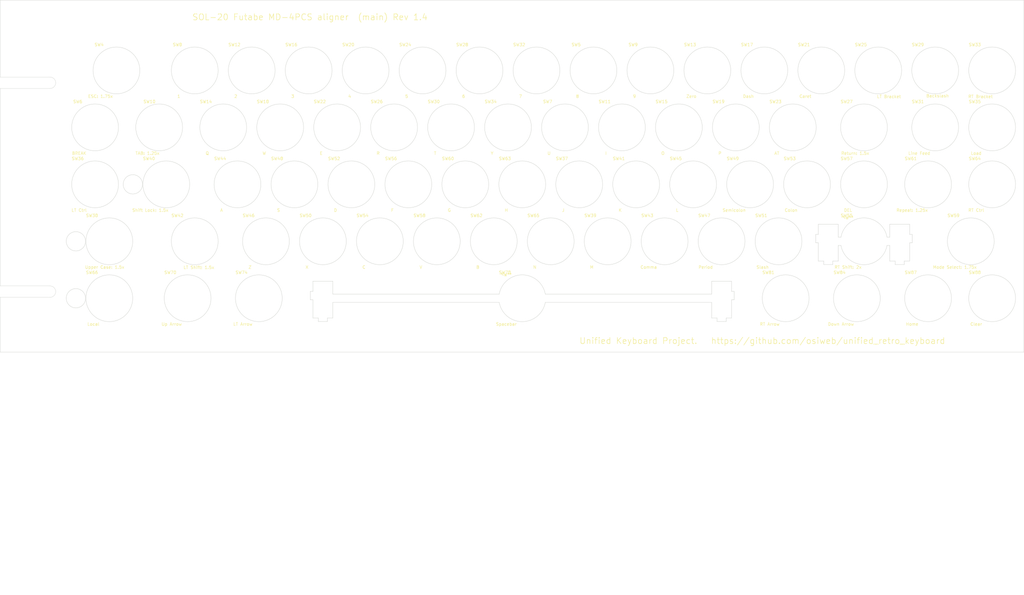
<source format=kicad_pcb>
(kicad_pcb (version 20171130) (host pcbnew "(5.1.5-0-10_14)")

  (general
    (thickness 1.6)
    (drawings 18)
    (tracks 0)
    (zones 0)
    (modules 75)
    (nets 1)
  )

  (page C)
  (title_block
    (title "Unified Retro Keyboard")
    (date 2019-08-25)
    (rev 1.1)
    (company OSIWeb.org)
    (comment 1 "Key aligner - Futaba (main)")
  )

  (layers
    (0 F.Cu signal)
    (31 B.Cu signal)
    (32 B.Adhes user)
    (33 F.Adhes user)
    (34 B.Paste user)
    (35 F.Paste user)
    (36 B.SilkS user)
    (37 F.SilkS user)
    (38 B.Mask user)
    (39 F.Mask user)
    (40 Dwgs.User user)
    (41 Cmts.User user)
    (42 Eco1.User user)
    (43 Eco2.User user)
    (44 Edge.Cuts user)
    (45 Margin user)
    (46 B.CrtYd user)
    (47 F.CrtYd user)
    (48 B.Fab user)
    (49 F.Fab user)
  )

  (setup
    (last_trace_width 0.254)
    (user_trace_width 0.254)
    (user_trace_width 0.508)
    (user_trace_width 1.27)
    (trace_clearance 0.2)
    (zone_clearance 0.508)
    (zone_45_only no)
    (trace_min 0.2)
    (via_size 0.8128)
    (via_drill 0.4064)
    (via_min_size 0.4)
    (via_min_drill 0.3)
    (user_via 1.27 0.7112)
    (uvia_size 0.3048)
    (uvia_drill 0.1016)
    (uvias_allowed no)
    (uvia_min_size 0.2)
    (uvia_min_drill 0.1)
    (edge_width 0.05)
    (segment_width 0.2)
    (pcb_text_width 0.3)
    (pcb_text_size 1.5 1.5)
    (mod_edge_width 0.12)
    (mod_text_size 1 1)
    (mod_text_width 0.15)
    (pad_size 3.81 3.81)
    (pad_drill 3.81)
    (pad_to_mask_clearance 0)
    (aux_axis_origin 61.4172 179.1081)
    (grid_origin 76.835 223.393)
    (visible_elements 7FFFEFFF)
    (pcbplotparams
      (layerselection 0x010fc_ffffffff)
      (usegerberextensions false)
      (usegerberattributes false)
      (usegerberadvancedattributes false)
      (creategerberjobfile false)
      (excludeedgelayer true)
      (linewidth 0.100000)
      (plotframeref false)
      (viasonmask false)
      (mode 1)
      (useauxorigin false)
      (hpglpennumber 1)
      (hpglpenspeed 20)
      (hpglpendiameter 15.000000)
      (psnegative false)
      (psa4output false)
      (plotreference true)
      (plotvalue true)
      (plotinvisibletext false)
      (padsonsilk false)
      (subtractmaskfromsilk false)
      (outputformat 1)
      (mirror false)
      (drillshape 0)
      (scaleselection 1)
      (outputdirectory "outputs"))
  )

  (net 0 "")

  (net_class Default "This is the default net class."
    (clearance 0.2)
    (trace_width 0.254)
    (via_dia 0.8128)
    (via_drill 0.4064)
    (uvia_dia 0.3048)
    (uvia_drill 0.1016)
    (diff_pair_width 0.2032)
    (diff_pair_gap 0.254)
  )

  (net_class power1 ""
    (clearance 0.254)
    (trace_width 1.27)
    (via_dia 1.27)
    (via_drill 0.7112)
    (uvia_dia 0.3048)
    (uvia_drill 0.1016)
    (diff_pair_width 0.2032)
    (diff_pair_gap 0.254)
  )

  (net_class signal ""
    (clearance 0.2032)
    (trace_width 0.254)
    (via_dia 0.8128)
    (via_drill 0.4064)
    (uvia_dia 0.3048)
    (uvia_drill 0.1016)
    (diff_pair_width 0.2032)
    (diff_pair_gap 0.254)
  )

  (module unikbd:Futaba-MD-4PCS-aligner locked (layer F.Cu) (tedit 5DA63068) (tstamp 5E12D408)
    (at 401.47113 187.74156)
    (path /5BC3E99D/5BC6D0C9)
    (fp_text reference SW59 (at -5.7912 -8.6106) (layer F.SilkS)
      (effects (font (size 1 1) (thickness 0.15)))
    )
    (fp_text value "Mode Select: 1.75x" (at -5.334 8.6614) (layer F.SilkS)
      (effects (font (size 1 1) (thickness 0.15)))
    )
    (fp_circle (center 0 0) (end 7.8232 0) (layer Edge.Cuts) (width 0.12))
    (pad "" np_thru_hole circle (at -6.985 -6.985) (size 1.6256 1.6256) (drill 1.6256) (layers *.Cu *.Mask))
    (pad "" np_thru_hole circle (at -6.985 6.985) (size 1.6256 1.6256) (drill 1.6256) (layers *.Cu *.Mask))
    (pad "" np_thru_hole circle (at 6.985 6.985) (size 1.6256 1.6256) (drill 1.6256) (layers *.Cu *.Mask))
    (pad "" np_thru_hole circle (at 6.985 -6.985) (size 1.6256 1.6256) (drill 1.6256) (layers *.Cu *.Mask))
  )

  (module unikbd:Futaba-MD-4PCS-aligner locked (layer F.Cu) (tedit 5DA63068) (tstamp 5E12D458)
    (at 251.45238 168.69156)
    (path /5BC3E99D/5BC3FF70)
    (fp_text reference SW63 (at -5.7912 -8.6106) (layer F.SilkS)
      (effects (font (size 1 1) (thickness 0.15)))
    )
    (fp_text value H (at -5.334 8.6614) (layer F.SilkS)
      (effects (font (size 1 1) (thickness 0.15)))
    )
    (fp_circle (center 0 0) (end 7.8232 0) (layer Edge.Cuts) (width 0.12))
    (pad "" np_thru_hole circle (at -6.985 -6.985) (size 1.6256 1.6256) (drill 1.6256) (layers *.Cu *.Mask))
    (pad "" np_thru_hole circle (at -6.985 6.985) (size 1.6256 1.6256) (drill 1.6256) (layers *.Cu *.Mask))
    (pad "" np_thru_hole circle (at 6.985 6.985) (size 1.6256 1.6256) (drill 1.6256) (layers *.Cu *.Mask))
    (pad "" np_thru_hole circle (at 6.985 -6.985) (size 1.6256 1.6256) (drill 1.6256) (layers *.Cu *.Mask))
  )

  (module unikbd:Futaba-MD-4PCS-aligner locked (layer F.Cu) (tedit 5DA63068) (tstamp 5E12D41C)
    (at 232.40238 168.69156)
    (path /5BC3E99D/5BC3FF77)
    (fp_text reference SW60 (at -5.7912 -8.6106) (layer F.SilkS)
      (effects (font (size 1 1) (thickness 0.15)))
    )
    (fp_text value G (at -5.334 8.6614) (layer F.SilkS)
      (effects (font (size 1 1) (thickness 0.15)))
    )
    (fp_circle (center 0 0) (end 7.8232 0) (layer Edge.Cuts) (width 0.12))
    (pad "" np_thru_hole circle (at -6.985 -6.985) (size 1.6256 1.6256) (drill 1.6256) (layers *.Cu *.Mask))
    (pad "" np_thru_hole circle (at -6.985 6.985) (size 1.6256 1.6256) (drill 1.6256) (layers *.Cu *.Mask))
    (pad "" np_thru_hole circle (at 6.985 6.985) (size 1.6256 1.6256) (drill 1.6256) (layers *.Cu *.Mask))
    (pad "" np_thru_hole circle (at 6.985 -6.985) (size 1.6256 1.6256) (drill 1.6256) (layers *.Cu *.Mask))
  )

  (module unikbd:Futaba-MD-4PCS-aligner locked (layer F.Cu) (tedit 5DA63068) (tstamp 5E12D430)
    (at 387.18363 168.69156)
    (path /5BC3E99D/5BC6CD87)
    (fp_text reference SW61 (at -5.7912 -8.6106) (layer F.SilkS)
      (effects (font (size 1 1) (thickness 0.15)))
    )
    (fp_text value "Repeat: 1.25x" (at -5.334 8.6614) (layer F.SilkS)
      (effects (font (size 1 1) (thickness 0.15)))
    )
    (fp_circle (center 0 0) (end 7.8232 0) (layer Edge.Cuts) (width 0.12))
    (pad "" np_thru_hole circle (at -6.985 -6.985) (size 1.6256 1.6256) (drill 1.6256) (layers *.Cu *.Mask))
    (pad "" np_thru_hole circle (at -6.985 6.985) (size 1.6256 1.6256) (drill 1.6256) (layers *.Cu *.Mask))
    (pad "" np_thru_hole circle (at 6.985 6.985) (size 1.6256 1.6256) (drill 1.6256) (layers *.Cu *.Mask))
    (pad "" np_thru_hole circle (at 6.985 -6.985) (size 1.6256 1.6256) (drill 1.6256) (layers *.Cu *.Mask))
  )

  (module unikbd:Futaba-MD-4PCS-aligner locked (layer F.Cu) (tedit 5DA63068) (tstamp 5E12D3CC)
    (at 213.35238 168.69156)
    (path /5BC3E99D/5BC3FF69)
    (fp_text reference SW56 (at -5.7912 -8.6106) (layer F.SilkS)
      (effects (font (size 1 1) (thickness 0.15)))
    )
    (fp_text value F (at -5.334 8.6614) (layer F.SilkS)
      (effects (font (size 1 1) (thickness 0.15)))
    )
    (fp_circle (center 0 0) (end 7.8232 0) (layer Edge.Cuts) (width 0.12))
    (pad "" np_thru_hole circle (at -6.985 -6.985) (size 1.6256 1.6256) (drill 1.6256) (layers *.Cu *.Mask))
    (pad "" np_thru_hole circle (at -6.985 6.985) (size 1.6256 1.6256) (drill 1.6256) (layers *.Cu *.Mask))
    (pad "" np_thru_hole circle (at 6.985 6.985) (size 1.6256 1.6256) (drill 1.6256) (layers *.Cu *.Mask))
    (pad "" np_thru_hole circle (at 6.985 -6.985) (size 1.6256 1.6256) (drill 1.6256) (layers *.Cu *.Mask))
  )

  (module unikbd:Futaba-MD-4PCS-aligner locked (layer F.Cu) (tedit 5DA63068) (tstamp 5E12D46C)
    (at 408.61488 168.69156)
    (path /5BC3E99D/5BC6CD80)
    (fp_text reference SW64 (at -5.7912 -8.6106) (layer F.SilkS)
      (effects (font (size 1 1) (thickness 0.15)))
    )
    (fp_text value "RT Ctrl" (at -5.334 8.6614) (layer F.SilkS)
      (effects (font (size 1 1) (thickness 0.15)))
    )
    (fp_circle (center 0 0) (end 7.8232 0) (layer Edge.Cuts) (width 0.12))
    (pad "" np_thru_hole circle (at -6.985 -6.985) (size 1.6256 1.6256) (drill 1.6256) (layers *.Cu *.Mask))
    (pad "" np_thru_hole circle (at -6.985 6.985) (size 1.6256 1.6256) (drill 1.6256) (layers *.Cu *.Mask))
    (pad "" np_thru_hole circle (at 6.985 6.985) (size 1.6256 1.6256) (drill 1.6256) (layers *.Cu *.Mask))
    (pad "" np_thru_hole circle (at 6.985 -6.985) (size 1.6256 1.6256) (drill 1.6256) (layers *.Cu *.Mask))
  )

  (module unikbd:Futaba-MD-4PCS-aligner locked (layer F.Cu) (tedit 5DA63068) (tstamp 5E12D250)
    (at 270.50238 168.69156)
    (path /5BC3E99D/5E1BE11F)
    (fp_text reference SW37 (at -5.7912 -8.6106) (layer F.SilkS)
      (effects (font (size 1 1) (thickness 0.15)))
    )
    (fp_text value J (at -5.334 8.6614) (layer F.SilkS)
      (effects (font (size 1 1) (thickness 0.15)))
    )
    (fp_circle (center 0 0) (end 7.8232 0) (layer Edge.Cuts) (width 0.12))
    (pad "" np_thru_hole circle (at -6.985 -6.985) (size 1.6256 1.6256) (drill 1.6256) (layers *.Cu *.Mask))
    (pad "" np_thru_hole circle (at -6.985 6.985) (size 1.6256 1.6256) (drill 1.6256) (layers *.Cu *.Mask))
    (pad "" np_thru_hole circle (at 6.985 6.985) (size 1.6256 1.6256) (drill 1.6256) (layers *.Cu *.Mask))
    (pad "" np_thru_hole circle (at 6.985 -6.985) (size 1.6256 1.6256) (drill 1.6256) (layers *.Cu *.Mask))
  )

  (module unikbd:Futaba-MD-4PCS-aligner locked (layer F.Cu) (tedit 5DA63068) (tstamp 5E12D28C)
    (at 132.38988 168.69156)
    (path /5BC3E99D/5BC3FD26)
    (fp_text reference SW40 (at -5.7912 -8.6106) (layer F.SilkS)
      (effects (font (size 1 1) (thickness 0.15)))
    )
    (fp_text value "Shift Lock: 1.5x" (at -5.334 8.6614) (layer F.SilkS)
      (effects (font (size 1 1) (thickness 0.15)))
    )
    (fp_circle (center 0 0) (end 7.8232 0) (layer Edge.Cuts) (width 0.12))
    (pad "" np_thru_hole circle (at -6.985 -6.985) (size 1.6256 1.6256) (drill 1.6256) (layers *.Cu *.Mask))
    (pad "" np_thru_hole circle (at -6.985 6.985) (size 1.6256 1.6256) (drill 1.6256) (layers *.Cu *.Mask))
    (pad "" np_thru_hole circle (at 6.985 6.985) (size 1.6256 1.6256) (drill 1.6256) (layers *.Cu *.Mask))
    (pad "" np_thru_hole circle (at 6.985 -6.985) (size 1.6256 1.6256) (drill 1.6256) (layers *.Cu *.Mask))
  )

  (module unikbd:Futaba-MD-4PCS-aligner locked (layer F.Cu) (tedit 5DA63068) (tstamp 5E12D2A0)
    (at 289.55238 168.69156)
    (path /5BC3E99D/5BC6CD5D)
    (fp_text reference SW41 (at -5.7912 -8.6106) (layer F.SilkS)
      (effects (font (size 1 1) (thickness 0.15)))
    )
    (fp_text value K (at -5.334 8.6614) (layer F.SilkS)
      (effects (font (size 1 1) (thickness 0.15)))
    )
    (fp_circle (center 0 0) (end 7.8232 0) (layer Edge.Cuts) (width 0.12))
    (pad "" np_thru_hole circle (at -6.985 -6.985) (size 1.6256 1.6256) (drill 1.6256) (layers *.Cu *.Mask))
    (pad "" np_thru_hole circle (at -6.985 6.985) (size 1.6256 1.6256) (drill 1.6256) (layers *.Cu *.Mask))
    (pad "" np_thru_hole circle (at 6.985 6.985) (size 1.6256 1.6256) (drill 1.6256) (layers *.Cu *.Mask))
    (pad "" np_thru_hole circle (at 6.985 -6.985) (size 1.6256 1.6256) (drill 1.6256) (layers *.Cu *.Mask))
  )

  (module unikbd:Futaba-MD-4PCS-aligner locked (layer F.Cu) (tedit 5DA63068) (tstamp 5E12D2DC)
    (at 156.20238 168.69156)
    (path /5BC3E99D/5BC3FE57)
    (fp_text reference SW44 (at -5.7912 -8.6106) (layer F.SilkS)
      (effects (font (size 1 1) (thickness 0.15)))
    )
    (fp_text value A (at -5.334 8.6614) (layer F.SilkS)
      (effects (font (size 1 1) (thickness 0.15)))
    )
    (fp_circle (center 0 0) (end 7.8232 0) (layer Edge.Cuts) (width 0.12))
    (pad "" np_thru_hole circle (at -6.985 -6.985) (size 1.6256 1.6256) (drill 1.6256) (layers *.Cu *.Mask))
    (pad "" np_thru_hole circle (at -6.985 6.985) (size 1.6256 1.6256) (drill 1.6256) (layers *.Cu *.Mask))
    (pad "" np_thru_hole circle (at 6.985 6.985) (size 1.6256 1.6256) (drill 1.6256) (layers *.Cu *.Mask))
    (pad "" np_thru_hole circle (at 6.985 -6.985) (size 1.6256 1.6256) (drill 1.6256) (layers *.Cu *.Mask))
  )

  (module unikbd:Futaba-MD-4PCS-aligner locked (layer F.Cu) (tedit 5DA63068) (tstamp 5E12D2F0)
    (at 308.60238 168.69156)
    (path /5BC3E99D/5BC6CD6B)
    (fp_text reference SW45 (at -5.7912 -8.6106) (layer F.SilkS)
      (effects (font (size 1 1) (thickness 0.15)))
    )
    (fp_text value L (at -5.334 8.6614) (layer F.SilkS)
      (effects (font (size 1 1) (thickness 0.15)))
    )
    (fp_circle (center 0 0) (end 7.8232 0) (layer Edge.Cuts) (width 0.12))
    (pad "" np_thru_hole circle (at -6.985 -6.985) (size 1.6256 1.6256) (drill 1.6256) (layers *.Cu *.Mask))
    (pad "" np_thru_hole circle (at -6.985 6.985) (size 1.6256 1.6256) (drill 1.6256) (layers *.Cu *.Mask))
    (pad "" np_thru_hole circle (at 6.985 6.985) (size 1.6256 1.6256) (drill 1.6256) (layers *.Cu *.Mask))
    (pad "" np_thru_hole circle (at 6.985 -6.985) (size 1.6256 1.6256) (drill 1.6256) (layers *.Cu *.Mask))
  )

  (module unikbd:Futaba-MD-4PCS-aligner locked (layer F.Cu) (tedit 5DA63068) (tstamp 5E12D32C)
    (at 175.25238 168.69156)
    (path /5BC3E99D/5E1BE11D)
    (fp_text reference SW48 (at -5.7912 -8.6106) (layer F.SilkS)
      (effects (font (size 1 1) (thickness 0.15)))
    )
    (fp_text value S (at -5.334 8.6614) (layer F.SilkS)
      (effects (font (size 1 1) (thickness 0.15)))
    )
    (fp_circle (center 0 0) (end 7.8232 0) (layer Edge.Cuts) (width 0.12))
    (pad "" np_thru_hole circle (at -6.985 -6.985) (size 1.6256 1.6256) (drill 1.6256) (layers *.Cu *.Mask))
    (pad "" np_thru_hole circle (at -6.985 6.985) (size 1.6256 1.6256) (drill 1.6256) (layers *.Cu *.Mask))
    (pad "" np_thru_hole circle (at 6.985 6.985) (size 1.6256 1.6256) (drill 1.6256) (layers *.Cu *.Mask))
    (pad "" np_thru_hole circle (at 6.985 -6.985) (size 1.6256 1.6256) (drill 1.6256) (layers *.Cu *.Mask))
  )

  (module unikbd:Futaba-MD-4PCS-aligner locked (layer F.Cu) (tedit 5DA63068) (tstamp 5E12D340)
    (at 327.65238 168.69156)
    (path /5BC3E99D/5BC6CD64)
    (fp_text reference SW49 (at -5.7912 -8.6106) (layer F.SilkS)
      (effects (font (size 1 1) (thickness 0.15)))
    )
    (fp_text value Semicolon (at -5.334 8.6614) (layer F.SilkS)
      (effects (font (size 1 1) (thickness 0.15)))
    )
    (fp_circle (center 0 0) (end 7.8232 0) (layer Edge.Cuts) (width 0.12))
    (pad "" np_thru_hole circle (at -6.985 -6.985) (size 1.6256 1.6256) (drill 1.6256) (layers *.Cu *.Mask))
    (pad "" np_thru_hole circle (at -6.985 6.985) (size 1.6256 1.6256) (drill 1.6256) (layers *.Cu *.Mask))
    (pad "" np_thru_hole circle (at 6.985 6.985) (size 1.6256 1.6256) (drill 1.6256) (layers *.Cu *.Mask))
    (pad "" np_thru_hole circle (at 6.985 -6.985) (size 1.6256 1.6256) (drill 1.6256) (layers *.Cu *.Mask))
  )

  (module unikbd:Futaba-MD-4PCS-aligner locked (layer F.Cu) (tedit 5DA63068) (tstamp 5E12D37C)
    (at 194.30238 168.69156)
    (path /5BC3E99D/5E0AC938)
    (fp_text reference SW52 (at -5.7912 -8.6106) (layer F.SilkS)
      (effects (font (size 1 1) (thickness 0.15)))
    )
    (fp_text value D (at -5.334 8.6614) (layer F.SilkS)
      (effects (font (size 1 1) (thickness 0.15)))
    )
    (fp_circle (center 0 0) (end 7.8232 0) (layer Edge.Cuts) (width 0.12))
    (pad "" np_thru_hole circle (at -6.985 -6.985) (size 1.6256 1.6256) (drill 1.6256) (layers *.Cu *.Mask))
    (pad "" np_thru_hole circle (at -6.985 6.985) (size 1.6256 1.6256) (drill 1.6256) (layers *.Cu *.Mask))
    (pad "" np_thru_hole circle (at 6.985 6.985) (size 1.6256 1.6256) (drill 1.6256) (layers *.Cu *.Mask))
    (pad "" np_thru_hole circle (at 6.985 -6.985) (size 1.6256 1.6256) (drill 1.6256) (layers *.Cu *.Mask))
  )

  (module unikbd:Futaba-MD-4PCS-aligner locked (layer F.Cu) (tedit 5DA63068) (tstamp 5E12D390)
    (at 346.70238 168.69156)
    (path /5BC3E99D/5BC6CD72)
    (fp_text reference SW53 (at -5.7912 -8.6106) (layer F.SilkS)
      (effects (font (size 1 1) (thickness 0.15)))
    )
    (fp_text value Colon (at -5.334 8.6614) (layer F.SilkS)
      (effects (font (size 1 1) (thickness 0.15)))
    )
    (fp_circle (center 0 0) (end 7.8232 0) (layer Edge.Cuts) (width 0.12))
    (pad "" np_thru_hole circle (at -6.985 -6.985) (size 1.6256 1.6256) (drill 1.6256) (layers *.Cu *.Mask))
    (pad "" np_thru_hole circle (at -6.985 6.985) (size 1.6256 1.6256) (drill 1.6256) (layers *.Cu *.Mask))
    (pad "" np_thru_hole circle (at 6.985 6.985) (size 1.6256 1.6256) (drill 1.6256) (layers *.Cu *.Mask))
    (pad "" np_thru_hole circle (at 6.985 -6.985) (size 1.6256 1.6256) (drill 1.6256) (layers *.Cu *.Mask))
  )

  (module unikbd:Futaba-MD-4PCS-aligner locked (layer F.Cu) (tedit 5DA63068) (tstamp 5E12D3E0)
    (at 365.75238 168.69156)
    (path /5BC3E99D/5BC6CD79)
    (fp_text reference SW57 (at -5.7912 -8.6106) (layer F.SilkS)
      (effects (font (size 1 1) (thickness 0.15)))
    )
    (fp_text value DEL (at -5.334 8.6614) (layer F.SilkS)
      (effects (font (size 1 1) (thickness 0.15)))
    )
    (fp_circle (center 0 0) (end 7.8232 0) (layer Edge.Cuts) (width 0.12))
    (pad "" np_thru_hole circle (at -6.985 -6.985) (size 1.6256 1.6256) (drill 1.6256) (layers *.Cu *.Mask))
    (pad "" np_thru_hole circle (at -6.985 6.985) (size 1.6256 1.6256) (drill 1.6256) (layers *.Cu *.Mask))
    (pad "" np_thru_hole circle (at 6.985 6.985) (size 1.6256 1.6256) (drill 1.6256) (layers *.Cu *.Mask))
    (pad "" np_thru_hole circle (at 6.985 -6.985) (size 1.6256 1.6256) (drill 1.6256) (layers *.Cu *.Mask))
  )

  (module unikbd:Futaba-MD-4PCS-aligner locked (layer F.Cu) (tedit 5DA63068) (tstamp 5E12D3A4)
    (at 203.82738 187.74156)
    (path /5BC3E99D/5BC6CEF2)
    (fp_text reference SW54 (at -5.7912 -8.6106) (layer F.SilkS)
      (effects (font (size 1 1) (thickness 0.15)))
    )
    (fp_text value C (at -5.334 8.6614) (layer F.SilkS)
      (effects (font (size 1 1) (thickness 0.15)))
    )
    (fp_circle (center 0 0) (end 7.8232 0) (layer Edge.Cuts) (width 0.12))
    (pad "" np_thru_hole circle (at -6.985 -6.985) (size 1.6256 1.6256) (drill 1.6256) (layers *.Cu *.Mask))
    (pad "" np_thru_hole circle (at -6.985 6.985) (size 1.6256 1.6256) (drill 1.6256) (layers *.Cu *.Mask))
    (pad "" np_thru_hole circle (at 6.985 6.985) (size 1.6256 1.6256) (drill 1.6256) (layers *.Cu *.Mask))
    (pad "" np_thru_hole circle (at 6.985 -6.985) (size 1.6256 1.6256) (drill 1.6256) (layers *.Cu *.Mask))
  )

  (module unikbd:Futaba-MD-4PCS-aligner locked (layer F.Cu) (tedit 5DA63068) (tstamp 5E6EC726)
    (at 163.34613 206.79156)
    (path /5E16AC8E/5E1BE0F6)
    (fp_text reference SW74 (at -5.7912 -8.6106) (layer F.SilkS)
      (effects (font (size 1 1) (thickness 0.15)))
    )
    (fp_text value "LT Arrow" (at -5.334 8.6614) (layer F.SilkS)
      (effects (font (size 1 1) (thickness 0.15)))
    )
    (fp_circle (center 0 0) (end 7.8232 0) (layer Edge.Cuts) (width 0.12))
    (pad "" np_thru_hole circle (at -6.985 -6.985) (size 1.6256 1.6256) (drill 1.6256) (layers *.Cu *.Mask))
    (pad "" np_thru_hole circle (at -6.985 6.985) (size 1.6256 1.6256) (drill 1.6256) (layers *.Cu *.Mask))
    (pad "" np_thru_hole circle (at 6.985 6.985) (size 1.6256 1.6256) (drill 1.6256) (layers *.Cu *.Mask))
    (pad "" np_thru_hole circle (at 6.985 -6.985) (size 1.6256 1.6256) (drill 1.6256) (layers *.Cu *.Mask))
  )

  (module unikbd:Futaba-MD-4PCS-aligner locked (layer F.Cu) (tedit 5DA63068) (tstamp 5E12D1C4)
    (at 227.63988 149.64156)
    (path /5BC3EA0A/5BCAF420)
    (fp_text reference SW30 (at -5.7912 -8.6106) (layer F.SilkS)
      (effects (font (size 1 1) (thickness 0.15)))
    )
    (fp_text value T (at -5.334 8.6614) (layer F.SilkS)
      (effects (font (size 1 1) (thickness 0.15)))
    )
    (fp_circle (center 0 0) (end 7.8232 0) (layer Edge.Cuts) (width 0.12))
    (pad "" np_thru_hole circle (at -6.985 -6.985) (size 1.6256 1.6256) (drill 1.6256) (layers *.Cu *.Mask))
    (pad "" np_thru_hole circle (at -6.985 6.985) (size 1.6256 1.6256) (drill 1.6256) (layers *.Cu *.Mask))
    (pad "" np_thru_hole circle (at 6.985 6.985) (size 1.6256 1.6256) (drill 1.6256) (layers *.Cu *.Mask))
    (pad "" np_thru_hole circle (at 6.985 -6.985) (size 1.6256 1.6256) (drill 1.6256) (layers *.Cu *.Mask))
  )

  (module unikbd:Futaba-MD-4PCS-aligner locked (layer F.Cu) (tedit 5DA63068) (tstamp 5E12D64C)
    (at 408.61488 206.79156)
    (path /5E16AC8E/5E1BE0F8)
    (fp_text reference SW88 (at -5.7912 -8.6106) (layer F.SilkS)
      (effects (font (size 1 1) (thickness 0.15)))
    )
    (fp_text value Clear (at -5.334 8.6614) (layer F.SilkS)
      (effects (font (size 1 1) (thickness 0.15)))
    )
    (fp_circle (center 0 0) (end 7.8232 0) (layer Edge.Cuts) (width 0.12))
    (pad "" np_thru_hole circle (at -6.985 -6.985) (size 1.6256 1.6256) (drill 1.6256) (layers *.Cu *.Mask))
    (pad "" np_thru_hole circle (at -6.985 6.985) (size 1.6256 1.6256) (drill 1.6256) (layers *.Cu *.Mask))
    (pad "" np_thru_hole circle (at 6.985 6.985) (size 1.6256 1.6256) (drill 1.6256) (layers *.Cu *.Mask))
    (pad "" np_thru_hole circle (at 6.985 -6.985) (size 1.6256 1.6256) (drill 1.6256) (layers *.Cu *.Mask))
  )

  (module unikbd:Futaba-MD-4PCS-aligner locked (layer F.Cu) (tedit 5DA63068) (tstamp 5E12D638)
    (at 387.18363 206.79156)
    (path /5E16AC8E/5E1BE0F9)
    (fp_text reference SW87 (at -5.7912 -8.6106) (layer F.SilkS)
      (effects (font (size 1 1) (thickness 0.15)))
    )
    (fp_text value Home (at -5.334 8.6614) (layer F.SilkS)
      (effects (font (size 1 1) (thickness 0.15)))
    )
    (fp_circle (center 0 0) (end 7.8232 0) (layer Edge.Cuts) (width 0.12))
    (pad "" np_thru_hole circle (at -6.985 -6.985) (size 1.6256 1.6256) (drill 1.6256) (layers *.Cu *.Mask))
    (pad "" np_thru_hole circle (at -6.985 6.985) (size 1.6256 1.6256) (drill 1.6256) (layers *.Cu *.Mask))
    (pad "" np_thru_hole circle (at 6.985 6.985) (size 1.6256 1.6256) (drill 1.6256) (layers *.Cu *.Mask))
    (pad "" np_thru_hole circle (at 6.985 -6.985) (size 1.6256 1.6256) (drill 1.6256) (layers *.Cu *.Mask))
  )

  (module unikbd:Futaba-MD-4PCS-aligner locked (layer F.Cu) (tedit 5DA63068) (tstamp 5E12D5FC)
    (at 363.37113 206.79156)
    (path /5E16AC8E/5E1BE0F7)
    (fp_text reference SW84 (at -5.7912 -8.6106) (layer F.SilkS)
      (effects (font (size 1 1) (thickness 0.15)))
    )
    (fp_text value "Down Arrow" (at -5.334 8.6614) (layer F.SilkS)
      (effects (font (size 1 1) (thickness 0.15)))
    )
    (fp_circle (center 0 0) (end 7.8232 0) (layer Edge.Cuts) (width 0.12))
    (pad "" np_thru_hole circle (at -6.985 -6.985) (size 1.6256 1.6256) (drill 1.6256) (layers *.Cu *.Mask))
    (pad "" np_thru_hole circle (at -6.985 6.985) (size 1.6256 1.6256) (drill 1.6256) (layers *.Cu *.Mask))
    (pad "" np_thru_hole circle (at 6.985 6.985) (size 1.6256 1.6256) (drill 1.6256) (layers *.Cu *.Mask))
    (pad "" np_thru_hole circle (at 6.985 -6.985) (size 1.6256 1.6256) (drill 1.6256) (layers *.Cu *.Mask))
  )

  (module unikbd:Futaba-MD-4PCS-aligner locked (layer F.Cu) (tedit 5DA63068) (tstamp 5E10B4C4)
    (at 339.55863 206.79156)
    (path /5E16AC8E/5E1BE119)
    (fp_text reference SW81 (at -5.7912 -8.6106) (layer F.SilkS)
      (effects (font (size 1 1) (thickness 0.15)))
    )
    (fp_text value "RT Arrow" (at -5.334 8.6614) (layer F.SilkS)
      (effects (font (size 1 1) (thickness 0.15)))
    )
    (fp_circle (center 0 0) (end 7.8232 0) (layer Edge.Cuts) (width 0.12))
    (pad "" np_thru_hole circle (at -6.985 -6.985) (size 1.6256 1.6256) (drill 1.6256) (layers *.Cu *.Mask))
    (pad "" np_thru_hole circle (at -6.985 6.985) (size 1.6256 1.6256) (drill 1.6256) (layers *.Cu *.Mask))
    (pad "" np_thru_hole circle (at 6.985 6.985) (size 1.6256 1.6256) (drill 1.6256) (layers *.Cu *.Mask))
    (pad "" np_thru_hole circle (at 6.985 -6.985) (size 1.6256 1.6256) (drill 1.6256) (layers *.Cu *.Mask))
  )

  (module unikbd:Futaba-MD-4PCS-aligner locked (layer F.Cu) (tedit 5DA63068) (tstamp 5E12D4E4)
    (at 139.53363 206.79156)
    (path /5E16AC8E/5E1BE0F5)
    (fp_text reference SW70 (at -5.7912 -8.6106) (layer F.SilkS)
      (effects (font (size 1 1) (thickness 0.15)))
    )
    (fp_text value "Up Arrow" (at -5.334 8.6614) (layer F.SilkS)
      (effects (font (size 1 1) (thickness 0.15)))
    )
    (fp_circle (center 0 0) (end 7.8232 0) (layer Edge.Cuts) (width 0.12))
    (pad "" np_thru_hole circle (at -6.985 -6.985) (size 1.6256 1.6256) (drill 1.6256) (layers *.Cu *.Mask))
    (pad "" np_thru_hole circle (at -6.985 6.985) (size 1.6256 1.6256) (drill 1.6256) (layers *.Cu *.Mask))
    (pad "" np_thru_hole circle (at 6.985 6.985) (size 1.6256 1.6256) (drill 1.6256) (layers *.Cu *.Mask))
    (pad "" np_thru_hole circle (at 6.985 -6.985) (size 1.6256 1.6256) (drill 1.6256) (layers *.Cu *.Mask))
  )

  (module unikbd:Futaba-MD-4PCS-aligner locked (layer F.Cu) (tedit 5DA63068) (tstamp 5E12D494)
    (at 113.33988 206.79156)
    (path /5E16AC8E/5E12EFC1)
    (fp_text reference SW66 (at -5.7912 -8.6106) (layer F.SilkS)
      (effects (font (size 1 1) (thickness 0.15)))
    )
    (fp_text value Local (at -5.334 8.6614) (layer F.SilkS)
      (effects (font (size 1 1) (thickness 0.15)))
    )
    (fp_circle (center 0 0) (end 7.8232 0) (layer Edge.Cuts) (width 0.12))
    (pad "" np_thru_hole circle (at -6.985 -6.985) (size 1.6256 1.6256) (drill 1.6256) (layers *.Cu *.Mask))
    (pad "" np_thru_hole circle (at -6.985 6.985) (size 1.6256 1.6256) (drill 1.6256) (layers *.Cu *.Mask))
    (pad "" np_thru_hole circle (at 6.985 6.985) (size 1.6256 1.6256) (drill 1.6256) (layers *.Cu *.Mask))
    (pad "" np_thru_hole circle (at 6.985 -6.985) (size 1.6256 1.6256) (drill 1.6256) (layers *.Cu *.Mask))
  )

  (module unikbd:Futaba-MD-4PCS-aligner locked (layer F.Cu) (tedit 5DA63068) (tstamp 5E12D480)
    (at 260.97738 187.74156)
    (path /5BC3E99D/5BC6CF00)
    (fp_text reference SW65 (at -5.7912 -8.6106) (layer F.SilkS)
      (effects (font (size 1 1) (thickness 0.15)))
    )
    (fp_text value N (at -5.334 8.6614) (layer F.SilkS)
      (effects (font (size 1 1) (thickness 0.15)))
    )
    (fp_circle (center 0 0) (end 7.8232 0) (layer Edge.Cuts) (width 0.12))
    (pad "" np_thru_hole circle (at -6.985 -6.985) (size 1.6256 1.6256) (drill 1.6256) (layers *.Cu *.Mask))
    (pad "" np_thru_hole circle (at -6.985 6.985) (size 1.6256 1.6256) (drill 1.6256) (layers *.Cu *.Mask))
    (pad "" np_thru_hole circle (at 6.985 6.985) (size 1.6256 1.6256) (drill 1.6256) (layers *.Cu *.Mask))
    (pad "" np_thru_hole circle (at 6.985 -6.985) (size 1.6256 1.6256) (drill 1.6256) (layers *.Cu *.Mask))
  )

  (module unikbd:Futaba-MD-4PCS-aligner locked (layer F.Cu) (tedit 5DA63068) (tstamp 5E12D444)
    (at 241.92738 187.74156)
    (path /5BC3E99D/5BC6CF07)
    (fp_text reference SW62 (at -5.7912 -8.6106) (layer F.SilkS)
      (effects (font (size 1 1) (thickness 0.15)))
    )
    (fp_text value B (at -5.334 8.6614) (layer F.SilkS)
      (effects (font (size 1 1) (thickness 0.15)))
    )
    (fp_circle (center 0 0) (end 7.8232 0) (layer Edge.Cuts) (width 0.12))
    (pad "" np_thru_hole circle (at -6.985 -6.985) (size 1.6256 1.6256) (drill 1.6256) (layers *.Cu *.Mask))
    (pad "" np_thru_hole circle (at -6.985 6.985) (size 1.6256 1.6256) (drill 1.6256) (layers *.Cu *.Mask))
    (pad "" np_thru_hole circle (at 6.985 6.985) (size 1.6256 1.6256) (drill 1.6256) (layers *.Cu *.Mask))
    (pad "" np_thru_hole circle (at 6.985 -6.985) (size 1.6256 1.6256) (drill 1.6256) (layers *.Cu *.Mask))
  )

  (module unikbd:Futaba-MD-4PCS-aligner locked (layer F.Cu) (tedit 5DA63068) (tstamp 5E12D3F4)
    (at 222.87738 187.74156)
    (path /5BC3E99D/5BC6CEF9)
    (fp_text reference SW58 (at -5.7912 -8.6106) (layer F.SilkS)
      (effects (font (size 1 1) (thickness 0.15)))
    )
    (fp_text value V (at -5.334 8.6614) (layer F.SilkS)
      (effects (font (size 1 1) (thickness 0.15)))
    )
    (fp_circle (center 0 0) (end 7.8232 0) (layer Edge.Cuts) (width 0.12))
    (pad "" np_thru_hole circle (at -6.985 -6.985) (size 1.6256 1.6256) (drill 1.6256) (layers *.Cu *.Mask))
    (pad "" np_thru_hole circle (at -6.985 6.985) (size 1.6256 1.6256) (drill 1.6256) (layers *.Cu *.Mask))
    (pad "" np_thru_hole circle (at 6.985 6.985) (size 1.6256 1.6256) (drill 1.6256) (layers *.Cu *.Mask))
    (pad "" np_thru_hole circle (at 6.985 -6.985) (size 1.6256 1.6256) (drill 1.6256) (layers *.Cu *.Mask))
  )

  (module unikbd:Futaba-MD-4PCS-aligner locked (layer F.Cu) (tedit 5DA63068) (tstamp 5E12D368)
    (at 337.17738 187.74156)
    (path /5BC3E99D/5BC6D0B4)
    (fp_text reference SW51 (at -5.7912 -8.6106) (layer F.SilkS)
      (effects (font (size 1 1) (thickness 0.15)))
    )
    (fp_text value Slash (at -5.334 8.6614) (layer F.SilkS)
      (effects (font (size 1 1) (thickness 0.15)))
    )
    (fp_circle (center 0 0) (end 7.8232 0) (layer Edge.Cuts) (width 0.12))
    (pad "" np_thru_hole circle (at -6.985 -6.985) (size 1.6256 1.6256) (drill 1.6256) (layers *.Cu *.Mask))
    (pad "" np_thru_hole circle (at -6.985 6.985) (size 1.6256 1.6256) (drill 1.6256) (layers *.Cu *.Mask))
    (pad "" np_thru_hole circle (at 6.985 6.985) (size 1.6256 1.6256) (drill 1.6256) (layers *.Cu *.Mask))
    (pad "" np_thru_hole circle (at 6.985 -6.985) (size 1.6256 1.6256) (drill 1.6256) (layers *.Cu *.Mask))
  )

  (module unikbd:Futaba-MD-4PCS-aligner locked (layer F.Cu) (tedit 5DA63068) (tstamp 5E12D354)
    (at 184.77738 187.74156)
    (path /5BC3E99D/5BC6CEE4)
    (fp_text reference SW50 (at -5.7912 -8.6106) (layer F.SilkS)
      (effects (font (size 1 1) (thickness 0.15)))
    )
    (fp_text value X (at -5.334 8.6614) (layer F.SilkS)
      (effects (font (size 1 1) (thickness 0.15)))
    )
    (fp_circle (center 0 0) (end 7.8232 0) (layer Edge.Cuts) (width 0.12))
    (pad "" np_thru_hole circle (at -6.985 -6.985) (size 1.6256 1.6256) (drill 1.6256) (layers *.Cu *.Mask))
    (pad "" np_thru_hole circle (at -6.985 6.985) (size 1.6256 1.6256) (drill 1.6256) (layers *.Cu *.Mask))
    (pad "" np_thru_hole circle (at 6.985 6.985) (size 1.6256 1.6256) (drill 1.6256) (layers *.Cu *.Mask))
    (pad "" np_thru_hole circle (at 6.985 -6.985) (size 1.6256 1.6256) (drill 1.6256) (layers *.Cu *.Mask))
  )

  (module unikbd:Futaba-MD-4PCS-aligner locked (layer F.Cu) (tedit 5DA63068) (tstamp 5E12D318)
    (at 318.12738 187.74156)
    (path /5BC3E99D/5BC6D0BB)
    (fp_text reference SW47 (at -5.7912 -8.6106) (layer F.SilkS)
      (effects (font (size 1 1) (thickness 0.15)))
    )
    (fp_text value Period (at -5.334 8.6614) (layer F.SilkS)
      (effects (font (size 1 1) (thickness 0.15)))
    )
    (fp_circle (center 0 0) (end 7.8232 0) (layer Edge.Cuts) (width 0.12))
    (pad "" np_thru_hole circle (at -6.985 -6.985) (size 1.6256 1.6256) (drill 1.6256) (layers *.Cu *.Mask))
    (pad "" np_thru_hole circle (at -6.985 6.985) (size 1.6256 1.6256) (drill 1.6256) (layers *.Cu *.Mask))
    (pad "" np_thru_hole circle (at 6.985 6.985) (size 1.6256 1.6256) (drill 1.6256) (layers *.Cu *.Mask))
    (pad "" np_thru_hole circle (at 6.985 -6.985) (size 1.6256 1.6256) (drill 1.6256) (layers *.Cu *.Mask))
  )

  (module unikbd:Futaba-MD-4PCS-aligner locked (layer F.Cu) (tedit 5DA63068) (tstamp 5E12D304)
    (at 165.72738 187.74156)
    (path /5BC3E99D/5BC6CEEB)
    (fp_text reference SW46 (at -5.7912 -8.6106) (layer F.SilkS)
      (effects (font (size 1 1) (thickness 0.15)))
    )
    (fp_text value Z (at -5.334 8.6614) (layer F.SilkS)
      (effects (font (size 1 1) (thickness 0.15)))
    )
    (fp_circle (center 0 0) (end 7.8232 0) (layer Edge.Cuts) (width 0.12))
    (pad "" np_thru_hole circle (at -6.985 -6.985) (size 1.6256 1.6256) (drill 1.6256) (layers *.Cu *.Mask))
    (pad "" np_thru_hole circle (at -6.985 6.985) (size 1.6256 1.6256) (drill 1.6256) (layers *.Cu *.Mask))
    (pad "" np_thru_hole circle (at 6.985 6.985) (size 1.6256 1.6256) (drill 1.6256) (layers *.Cu *.Mask))
    (pad "" np_thru_hole circle (at 6.985 -6.985) (size 1.6256 1.6256) (drill 1.6256) (layers *.Cu *.Mask))
  )

  (module unikbd:Futaba-MD-4PCS-aligner locked (layer F.Cu) (tedit 5DA63068) (tstamp 5E12D2C8)
    (at 299.07738 187.74156)
    (path /5BC3E99D/5E1BE115)
    (fp_text reference SW43 (at -5.7912 -8.6106) (layer F.SilkS)
      (effects (font (size 1 1) (thickness 0.15)))
    )
    (fp_text value Comma (at -5.334 8.6614) (layer F.SilkS)
      (effects (font (size 1 1) (thickness 0.15)))
    )
    (fp_circle (center 0 0) (end 7.8232 0) (layer Edge.Cuts) (width 0.12))
    (pad "" np_thru_hole circle (at -6.985 -6.985) (size 1.6256 1.6256) (drill 1.6256) (layers *.Cu *.Mask))
    (pad "" np_thru_hole circle (at -6.985 6.985) (size 1.6256 1.6256) (drill 1.6256) (layers *.Cu *.Mask))
    (pad "" np_thru_hole circle (at 6.985 6.985) (size 1.6256 1.6256) (drill 1.6256) (layers *.Cu *.Mask))
    (pad "" np_thru_hole circle (at 6.985 -6.985) (size 1.6256 1.6256) (drill 1.6256) (layers *.Cu *.Mask))
  )

  (module unikbd:Futaba-MD-4PCS-aligner locked (layer F.Cu) (tedit 5DA63068) (tstamp 5E10B192)
    (at 141.91488 187.74156)
    (path /5BC3E99D/5BC6CEDD)
    (fp_text reference SW42 (at -5.7912 -8.6106) (layer F.SilkS)
      (effects (font (size 1 1) (thickness 0.15)))
    )
    (fp_text value "LT Shift: 1.5x" (at 1.36652 8.75284) (layer F.SilkS)
      (effects (font (size 1 1) (thickness 0.15)))
    )
    (fp_circle (center 0 0) (end 7.8232 0) (layer Edge.Cuts) (width 0.12))
    (pad "" np_thru_hole circle (at -6.985 -6.985) (size 1.6256 1.6256) (drill 1.6256) (layers *.Cu *.Mask))
    (pad "" np_thru_hole circle (at -6.985 6.985) (size 1.6256 1.6256) (drill 1.6256) (layers *.Cu *.Mask))
    (pad "" np_thru_hole circle (at 6.985 6.985) (size 1.6256 1.6256) (drill 1.6256) (layers *.Cu *.Mask))
    (pad "" np_thru_hole circle (at 6.985 -6.985) (size 1.6256 1.6256) (drill 1.6256) (layers *.Cu *.Mask))
  )

  (module unikbd:Futaba-MD-4PCS-aligner locked (layer F.Cu) (tedit 5DA63068) (tstamp 5E12D264)
    (at 113.33988 187.74156)
    (path /5BC3E99D/5BC6CED6)
    (fp_text reference SW38 (at -5.7912 -8.6106) (layer F.SilkS)
      (effects (font (size 1 1) (thickness 0.15)))
    )
    (fp_text value "Upper Case: 1.5x" (at -1.55448 8.6614) (layer F.SilkS)
      (effects (font (size 1 1) (thickness 0.15)))
    )
    (fp_circle (center 0 0) (end 7.8232 0) (layer Edge.Cuts) (width 0.12))
    (pad "" np_thru_hole circle (at -6.985 -6.985) (size 1.6256 1.6256) (drill 1.6256) (layers *.Cu *.Mask))
    (pad "" np_thru_hole circle (at -6.985 6.985) (size 1.6256 1.6256) (drill 1.6256) (layers *.Cu *.Mask))
    (pad "" np_thru_hole circle (at 6.985 6.985) (size 1.6256 1.6256) (drill 1.6256) (layers *.Cu *.Mask))
    (pad "" np_thru_hole circle (at 6.985 -6.985) (size 1.6256 1.6256) (drill 1.6256) (layers *.Cu *.Mask))
  )

  (module unikbd:Futaba-MD-4PCS-aligner locked (layer F.Cu) (tedit 5DA63068) (tstamp 5E12D23C)
    (at 108.57738 168.69156)
    (path /5BC3E99D/5E1BE11B)
    (fp_text reference SW36 (at -5.7912 -8.6106) (layer F.SilkS)
      (effects (font (size 1 1) (thickness 0.15)))
    )
    (fp_text value "LT Ctrl" (at -5.334 8.6614) (layer F.SilkS)
      (effects (font (size 1 1) (thickness 0.15)))
    )
    (fp_circle (center 0 0) (end 7.8232 0) (layer Edge.Cuts) (width 0.12))
    (pad "" np_thru_hole circle (at -6.985 -6.985) (size 1.6256 1.6256) (drill 1.6256) (layers *.Cu *.Mask))
    (pad "" np_thru_hole circle (at -6.985 6.985) (size 1.6256 1.6256) (drill 1.6256) (layers *.Cu *.Mask))
    (pad "" np_thru_hole circle (at 6.985 6.985) (size 1.6256 1.6256) (drill 1.6256) (layers *.Cu *.Mask))
    (pad "" np_thru_hole circle (at 6.985 -6.985) (size 1.6256 1.6256) (drill 1.6256) (layers *.Cu *.Mask))
  )

  (module unikbd:Futaba-MD-4PCS-aligner locked (layer F.Cu) (tedit 5DA63068) (tstamp 5E12D228)
    (at 408.61488 149.64156)
    (path /5BC3EA0A/5BCAF489)
    (fp_text reference SW35 (at -5.7912 -8.6106) (layer F.SilkS)
      (effects (font (size 1 1) (thickness 0.15)))
    )
    (fp_text value Load (at -5.334 8.6614) (layer F.SilkS)
      (effects (font (size 1 1) (thickness 0.15)))
    )
    (fp_circle (center 0 0) (end 7.8232 0) (layer Edge.Cuts) (width 0.12))
    (pad "" np_thru_hole circle (at -6.985 -6.985) (size 1.6256 1.6256) (drill 1.6256) (layers *.Cu *.Mask))
    (pad "" np_thru_hole circle (at -6.985 6.985) (size 1.6256 1.6256) (drill 1.6256) (layers *.Cu *.Mask))
    (pad "" np_thru_hole circle (at 6.985 6.985) (size 1.6256 1.6256) (drill 1.6256) (layers *.Cu *.Mask))
    (pad "" np_thru_hole circle (at 6.985 -6.985) (size 1.6256 1.6256) (drill 1.6256) (layers *.Cu *.Mask))
  )

  (module unikbd:Futaba-MD-4PCS-aligner locked (layer F.Cu) (tedit 5DA63068) (tstamp 5E12D214)
    (at 246.68988 149.64156)
    (path /5BC3EA0A/5BCAF419)
    (fp_text reference SW34 (at -5.7912 -8.6106) (layer F.SilkS)
      (effects (font (size 1 1) (thickness 0.15)))
    )
    (fp_text value Y (at -5.334 8.6614) (layer F.SilkS)
      (effects (font (size 1 1) (thickness 0.15)))
    )
    (fp_circle (center 0 0) (end 7.8232 0) (layer Edge.Cuts) (width 0.12))
    (pad "" np_thru_hole circle (at -6.985 -6.985) (size 1.6256 1.6256) (drill 1.6256) (layers *.Cu *.Mask))
    (pad "" np_thru_hole circle (at -6.985 6.985) (size 1.6256 1.6256) (drill 1.6256) (layers *.Cu *.Mask))
    (pad "" np_thru_hole circle (at 6.985 6.985) (size 1.6256 1.6256) (drill 1.6256) (layers *.Cu *.Mask))
    (pad "" np_thru_hole circle (at 6.985 -6.985) (size 1.6256 1.6256) (drill 1.6256) (layers *.Cu *.Mask))
  )

  (module unikbd:Futaba-MD-4PCS-aligner locked (layer F.Cu) (tedit 5DA63068) (tstamp 5E12D200)
    (at 408.61488 130.59156)
    (path /5BC3EA0A/5BCAF3A9)
    (fp_text reference SW33 (at -5.7912 -8.6106) (layer F.SilkS)
      (effects (font (size 1 1) (thickness 0.15)))
    )
    (fp_text value "RT Bracket" (at -3.90398 8.75284) (layer F.SilkS)
      (effects (font (size 1 1) (thickness 0.15)))
    )
    (fp_circle (center 0 0) (end 7.8232 0) (layer Edge.Cuts) (width 0.12))
    (pad "" np_thru_hole circle (at -6.985 -6.985) (size 1.6256 1.6256) (drill 1.6256) (layers *.Cu *.Mask))
    (pad "" np_thru_hole circle (at -6.985 6.985) (size 1.6256 1.6256) (drill 1.6256) (layers *.Cu *.Mask))
    (pad "" np_thru_hole circle (at 6.985 6.985) (size 1.6256 1.6256) (drill 1.6256) (layers *.Cu *.Mask))
    (pad "" np_thru_hole circle (at 6.985 -6.985) (size 1.6256 1.6256) (drill 1.6256) (layers *.Cu *.Mask))
  )

  (module unikbd:Futaba-MD-4PCS-aligner locked (layer F.Cu) (tedit 5DA63068) (tstamp 5E12D1EC)
    (at 256.21488 130.59156)
    (path /5BC3EA0A/5BCAF339)
    (fp_text reference SW32 (at -5.7912 -8.6106) (layer F.SilkS)
      (effects (font (size 1 1) (thickness 0.15)))
    )
    (fp_text value 7 (at -5.334 8.6614) (layer F.SilkS)
      (effects (font (size 1 1) (thickness 0.15)))
    )
    (fp_circle (center 0 0) (end 7.8232 0) (layer Edge.Cuts) (width 0.12))
    (pad "" np_thru_hole circle (at -6.985 -6.985) (size 1.6256 1.6256) (drill 1.6256) (layers *.Cu *.Mask))
    (pad "" np_thru_hole circle (at -6.985 6.985) (size 1.6256 1.6256) (drill 1.6256) (layers *.Cu *.Mask))
    (pad "" np_thru_hole circle (at 6.985 6.985) (size 1.6256 1.6256) (drill 1.6256) (layers *.Cu *.Mask))
    (pad "" np_thru_hole circle (at 6.985 -6.985) (size 1.6256 1.6256) (drill 1.6256) (layers *.Cu *.Mask))
  )

  (module unikbd:Futaba-MD-4PCS-aligner locked (layer F.Cu) (tedit 5DA63068) (tstamp 5E12D1D8)
    (at 389.56488 149.64156)
    (path /5BC3EA0A/5BCAF490)
    (fp_text reference SW31 (at -5.7912 -8.6106) (layer F.SilkS)
      (effects (font (size 1 1) (thickness 0.15)))
    )
    (fp_text value "Line Feed" (at -5.334 8.6614) (layer F.SilkS)
      (effects (font (size 1 1) (thickness 0.15)))
    )
    (fp_circle (center 0 0) (end 7.8232 0) (layer Edge.Cuts) (width 0.12))
    (pad "" np_thru_hole circle (at -6.985 -6.985) (size 1.6256 1.6256) (drill 1.6256) (layers *.Cu *.Mask))
    (pad "" np_thru_hole circle (at -6.985 6.985) (size 1.6256 1.6256) (drill 1.6256) (layers *.Cu *.Mask))
    (pad "" np_thru_hole circle (at 6.985 6.985) (size 1.6256 1.6256) (drill 1.6256) (layers *.Cu *.Mask))
    (pad "" np_thru_hole circle (at 6.985 -6.985) (size 1.6256 1.6256) (drill 1.6256) (layers *.Cu *.Mask))
  )

  (module unikbd:Futaba-MD-4PCS-aligner locked (layer F.Cu) (tedit 5DA63068) (tstamp 5E12D1B0)
    (at 389.56488 130.59156)
    (path /5BC3EA0A/5BCAF3B0)
    (fp_text reference SW29 (at -5.7912 -8.6106) (layer F.SilkS)
      (effects (font (size 1 1) (thickness 0.15)))
    )
    (fp_text value Backslash (at 0.79502 8.49884) (layer F.SilkS)
      (effects (font (size 1 1) (thickness 0.15)))
    )
    (fp_circle (center 0 0) (end 7.8232 0) (layer Edge.Cuts) (width 0.12))
    (pad "" np_thru_hole circle (at -6.985 -6.985) (size 1.6256 1.6256) (drill 1.6256) (layers *.Cu *.Mask))
    (pad "" np_thru_hole circle (at -6.985 6.985) (size 1.6256 1.6256) (drill 1.6256) (layers *.Cu *.Mask))
    (pad "" np_thru_hole circle (at 6.985 6.985) (size 1.6256 1.6256) (drill 1.6256) (layers *.Cu *.Mask))
    (pad "" np_thru_hole circle (at 6.985 -6.985) (size 1.6256 1.6256) (drill 1.6256) (layers *.Cu *.Mask))
  )

  (module unikbd:Futaba-MD-4PCS-aligner locked (layer F.Cu) (tedit 5DA63068) (tstamp 5E12D19C)
    (at 237.16488 130.59156)
    (path /5BC3EA0A/5BCAF340)
    (fp_text reference SW28 (at -5.7912 -8.6106) (layer F.SilkS)
      (effects (font (size 1 1) (thickness 0.15)))
    )
    (fp_text value 6 (at -5.334 8.6614) (layer F.SilkS)
      (effects (font (size 1 1) (thickness 0.15)))
    )
    (fp_circle (center 0 0) (end 7.8232 0) (layer Edge.Cuts) (width 0.12))
    (pad "" np_thru_hole circle (at -6.985 -6.985) (size 1.6256 1.6256) (drill 1.6256) (layers *.Cu *.Mask))
    (pad "" np_thru_hole circle (at -6.985 6.985) (size 1.6256 1.6256) (drill 1.6256) (layers *.Cu *.Mask))
    (pad "" np_thru_hole circle (at 6.985 6.985) (size 1.6256 1.6256) (drill 1.6256) (layers *.Cu *.Mask))
    (pad "" np_thru_hole circle (at 6.985 -6.985) (size 1.6256 1.6256) (drill 1.6256) (layers *.Cu *.Mask))
  )

  (module unikbd:Futaba-MD-4PCS-aligner locked (layer F.Cu) (tedit 5DA63068) (tstamp 5E12D188)
    (at 365.75238 149.64156)
    (path /5BC3EA0A/5BCAF482)
    (fp_text reference SW27 (at -5.7912 -8.6106) (layer F.SilkS)
      (effects (font (size 1 1) (thickness 0.15)))
    )
    (fp_text value "Return: 1.5x" (at -2.95148 8.6614) (layer F.SilkS)
      (effects (font (size 1 1) (thickness 0.15)))
    )
    (fp_circle (center 0 0) (end 7.8232 0) (layer Edge.Cuts) (width 0.12))
    (pad "" np_thru_hole circle (at -6.985 -6.985) (size 1.6256 1.6256) (drill 1.6256) (layers *.Cu *.Mask))
    (pad "" np_thru_hole circle (at -6.985 6.985) (size 1.6256 1.6256) (drill 1.6256) (layers *.Cu *.Mask))
    (pad "" np_thru_hole circle (at 6.985 6.985) (size 1.6256 1.6256) (drill 1.6256) (layers *.Cu *.Mask))
    (pad "" np_thru_hole circle (at 6.985 -6.985) (size 1.6256 1.6256) (drill 1.6256) (layers *.Cu *.Mask))
  )

  (module unikbd:Futaba-MD-4PCS-aligner locked (layer F.Cu) (tedit 5DA63068) (tstamp 5E12D174)
    (at 208.58988 149.64156)
    (path /5BC3EA0A/5BCAF412)
    (fp_text reference SW26 (at -5.7912 -8.6106) (layer F.SilkS)
      (effects (font (size 1 1) (thickness 0.15)))
    )
    (fp_text value R (at -5.334 8.6614) (layer F.SilkS)
      (effects (font (size 1 1) (thickness 0.15)))
    )
    (fp_circle (center 0 0) (end 7.8232 0) (layer Edge.Cuts) (width 0.12))
    (pad "" np_thru_hole circle (at -6.985 -6.985) (size 1.6256 1.6256) (drill 1.6256) (layers *.Cu *.Mask))
    (pad "" np_thru_hole circle (at -6.985 6.985) (size 1.6256 1.6256) (drill 1.6256) (layers *.Cu *.Mask))
    (pad "" np_thru_hole circle (at 6.985 6.985) (size 1.6256 1.6256) (drill 1.6256) (layers *.Cu *.Mask))
    (pad "" np_thru_hole circle (at 6.985 -6.985) (size 1.6256 1.6256) (drill 1.6256) (layers *.Cu *.Mask))
  )

  (module unikbd:Futaba-MD-4PCS-aligner locked (layer F.Cu) (tedit 5DA63068) (tstamp 5E12D160)
    (at 370.51488 130.59156)
    (path /5BC3EA0A/5BCAF3A2)
    (fp_text reference SW25 (at -5.7912 -8.6106) (layer F.SilkS)
      (effects (font (size 1 1) (thickness 0.15)))
    )
    (fp_text value "LT Bracket" (at 3.58902 8.75284) (layer F.SilkS)
      (effects (font (size 1 1) (thickness 0.15)))
    )
    (fp_circle (center 0 0) (end 7.8232 0) (layer Edge.Cuts) (width 0.12))
    (pad "" np_thru_hole circle (at -6.985 -6.985) (size 1.6256 1.6256) (drill 1.6256) (layers *.Cu *.Mask))
    (pad "" np_thru_hole circle (at -6.985 6.985) (size 1.6256 1.6256) (drill 1.6256) (layers *.Cu *.Mask))
    (pad "" np_thru_hole circle (at 6.985 6.985) (size 1.6256 1.6256) (drill 1.6256) (layers *.Cu *.Mask))
    (pad "" np_thru_hole circle (at 6.985 -6.985) (size 1.6256 1.6256) (drill 1.6256) (layers *.Cu *.Mask))
  )

  (module unikbd:Futaba-MD-4PCS-aligner locked (layer F.Cu) (tedit 5DA63068) (tstamp 5E12D14C)
    (at 218.11488 130.59156)
    (path /5BC3EA0A/5BCAF332)
    (fp_text reference SW24 (at -5.7912 -8.6106) (layer F.SilkS)
      (effects (font (size 1 1) (thickness 0.15)))
    )
    (fp_text value 5 (at -5.334 8.6614) (layer F.SilkS)
      (effects (font (size 1 1) (thickness 0.15)))
    )
    (fp_circle (center 0 0) (end 7.8232 0) (layer Edge.Cuts) (width 0.12))
    (pad "" np_thru_hole circle (at -6.985 -6.985) (size 1.6256 1.6256) (drill 1.6256) (layers *.Cu *.Mask))
    (pad "" np_thru_hole circle (at -6.985 6.985) (size 1.6256 1.6256) (drill 1.6256) (layers *.Cu *.Mask))
    (pad "" np_thru_hole circle (at 6.985 6.985) (size 1.6256 1.6256) (drill 1.6256) (layers *.Cu *.Mask))
    (pad "" np_thru_hole circle (at 6.985 -6.985) (size 1.6256 1.6256) (drill 1.6256) (layers *.Cu *.Mask))
  )

  (module unikbd:Futaba-MD-4PCS-aligner locked (layer F.Cu) (tedit 5DA63068) (tstamp 5E12D138)
    (at 341.93988 149.64156)
    (path /5BC3EA0A/5BCAF47B)
    (fp_text reference SW23 (at -5.7912 -8.6106) (layer F.SilkS)
      (effects (font (size 1 1) (thickness 0.15)))
    )
    (fp_text value AT (at -5.334 8.6614) (layer F.SilkS)
      (effects (font (size 1 1) (thickness 0.15)))
    )
    (fp_circle (center 0 0) (end 7.8232 0) (layer Edge.Cuts) (width 0.12))
    (pad "" np_thru_hole circle (at -6.985 -6.985) (size 1.6256 1.6256) (drill 1.6256) (layers *.Cu *.Mask))
    (pad "" np_thru_hole circle (at -6.985 6.985) (size 1.6256 1.6256) (drill 1.6256) (layers *.Cu *.Mask))
    (pad "" np_thru_hole circle (at 6.985 6.985) (size 1.6256 1.6256) (drill 1.6256) (layers *.Cu *.Mask))
    (pad "" np_thru_hole circle (at 6.985 -6.985) (size 1.6256 1.6256) (drill 1.6256) (layers *.Cu *.Mask))
  )

  (module unikbd:Futaba-MD-4PCS-aligner locked (layer F.Cu) (tedit 5DA63068) (tstamp 5E12D124)
    (at 189.53988 149.64156)
    (path /5BC3EA0A/5BCAF40B)
    (fp_text reference SW22 (at -5.7912 -8.6106) (layer F.SilkS)
      (effects (font (size 1 1) (thickness 0.15)))
    )
    (fp_text value E (at -5.334 8.6614) (layer F.SilkS)
      (effects (font (size 1 1) (thickness 0.15)))
    )
    (fp_circle (center 0 0) (end 7.8232 0) (layer Edge.Cuts) (width 0.12))
    (pad "" np_thru_hole circle (at -6.985 -6.985) (size 1.6256 1.6256) (drill 1.6256) (layers *.Cu *.Mask))
    (pad "" np_thru_hole circle (at -6.985 6.985) (size 1.6256 1.6256) (drill 1.6256) (layers *.Cu *.Mask))
    (pad "" np_thru_hole circle (at 6.985 6.985) (size 1.6256 1.6256) (drill 1.6256) (layers *.Cu *.Mask))
    (pad "" np_thru_hole circle (at 6.985 -6.985) (size 1.6256 1.6256) (drill 1.6256) (layers *.Cu *.Mask))
  )

  (module unikbd:Futaba-MD-4PCS-aligner locked (layer F.Cu) (tedit 5DA63068) (tstamp 5E12D110)
    (at 351.46488 130.59156)
    (path /5BC3EA0A/5BCAF39B)
    (fp_text reference SW21 (at -5.7912 -8.6106) (layer F.SilkS)
      (effects (font (size 1 1) (thickness 0.15)))
    )
    (fp_text value Caret (at -5.334 8.6614) (layer F.SilkS)
      (effects (font (size 1 1) (thickness 0.15)))
    )
    (fp_circle (center 0 0) (end 7.8232 0) (layer Edge.Cuts) (width 0.12))
    (pad "" np_thru_hole circle (at -6.985 -6.985) (size 1.6256 1.6256) (drill 1.6256) (layers *.Cu *.Mask))
    (pad "" np_thru_hole circle (at -6.985 6.985) (size 1.6256 1.6256) (drill 1.6256) (layers *.Cu *.Mask))
    (pad "" np_thru_hole circle (at 6.985 6.985) (size 1.6256 1.6256) (drill 1.6256) (layers *.Cu *.Mask))
    (pad "" np_thru_hole circle (at 6.985 -6.985) (size 1.6256 1.6256) (drill 1.6256) (layers *.Cu *.Mask))
  )

  (module unikbd:Futaba-MD-4PCS-aligner locked (layer F.Cu) (tedit 5DA63068) (tstamp 5E12D0FC)
    (at 199.06488 130.59156)
    (path /5BC3EA0A/5BCAF32B)
    (fp_text reference SW20 (at -5.7912 -8.6106) (layer F.SilkS)
      (effects (font (size 1 1) (thickness 0.15)))
    )
    (fp_text value 4 (at -5.334 8.6614) (layer F.SilkS)
      (effects (font (size 1 1) (thickness 0.15)))
    )
    (fp_circle (center 0 0) (end 7.8232 0) (layer Edge.Cuts) (width 0.12))
    (pad "" np_thru_hole circle (at -6.985 -6.985) (size 1.6256 1.6256) (drill 1.6256) (layers *.Cu *.Mask))
    (pad "" np_thru_hole circle (at -6.985 6.985) (size 1.6256 1.6256) (drill 1.6256) (layers *.Cu *.Mask))
    (pad "" np_thru_hole circle (at 6.985 6.985) (size 1.6256 1.6256) (drill 1.6256) (layers *.Cu *.Mask))
    (pad "" np_thru_hole circle (at 6.985 -6.985) (size 1.6256 1.6256) (drill 1.6256) (layers *.Cu *.Mask))
  )

  (module unikbd:Futaba-MD-4PCS-aligner locked (layer F.Cu) (tedit 5DA63068) (tstamp 5E12D0E8)
    (at 322.88988 149.64156)
    (path /5BC3EA0A/5BCAF46D)
    (fp_text reference SW19 (at -5.7912 -8.6106) (layer F.SilkS)
      (effects (font (size 1 1) (thickness 0.15)))
    )
    (fp_text value P (at -5.334 8.6614) (layer F.SilkS)
      (effects (font (size 1 1) (thickness 0.15)))
    )
    (fp_circle (center 0 0) (end 7.8232 0) (layer Edge.Cuts) (width 0.12))
    (pad "" np_thru_hole circle (at -6.985 -6.985) (size 1.6256 1.6256) (drill 1.6256) (layers *.Cu *.Mask))
    (pad "" np_thru_hole circle (at -6.985 6.985) (size 1.6256 1.6256) (drill 1.6256) (layers *.Cu *.Mask))
    (pad "" np_thru_hole circle (at 6.985 6.985) (size 1.6256 1.6256) (drill 1.6256) (layers *.Cu *.Mask))
    (pad "" np_thru_hole circle (at 6.985 -6.985) (size 1.6256 1.6256) (drill 1.6256) (layers *.Cu *.Mask))
  )

  (module unikbd:Futaba-MD-4PCS-aligner locked (layer F.Cu) (tedit 5DA63068) (tstamp 5E12D0D4)
    (at 170.48988 149.64156)
    (path /5BC3EA0A/5BCAF3FD)
    (fp_text reference SW18 (at -5.7912 -8.6106) (layer F.SilkS)
      (effects (font (size 1 1) (thickness 0.15)))
    )
    (fp_text value W (at -5.334 8.6614) (layer F.SilkS)
      (effects (font (size 1 1) (thickness 0.15)))
    )
    (fp_circle (center 0 0) (end 7.8232 0) (layer Edge.Cuts) (width 0.12))
    (pad "" np_thru_hole circle (at -6.985 -6.985) (size 1.6256 1.6256) (drill 1.6256) (layers *.Cu *.Mask))
    (pad "" np_thru_hole circle (at -6.985 6.985) (size 1.6256 1.6256) (drill 1.6256) (layers *.Cu *.Mask))
    (pad "" np_thru_hole circle (at 6.985 6.985) (size 1.6256 1.6256) (drill 1.6256) (layers *.Cu *.Mask))
    (pad "" np_thru_hole circle (at 6.985 -6.985) (size 1.6256 1.6256) (drill 1.6256) (layers *.Cu *.Mask))
  )

  (module unikbd:Futaba-MD-4PCS-aligner locked (layer F.Cu) (tedit 5DA63068) (tstamp 5E12D0C0)
    (at 332.41488 130.59156)
    (path /5BC3EA0A/5BCAF38D)
    (fp_text reference SW17 (at -5.7912 -8.6106) (layer F.SilkS)
      (effects (font (size 1 1) (thickness 0.15)))
    )
    (fp_text value Dash (at -5.334 8.6614) (layer F.SilkS)
      (effects (font (size 1 1) (thickness 0.15)))
    )
    (fp_circle (center 0 0) (end 7.8232 0) (layer Edge.Cuts) (width 0.12))
    (pad "" np_thru_hole circle (at -6.985 -6.985) (size 1.6256 1.6256) (drill 1.6256) (layers *.Cu *.Mask))
    (pad "" np_thru_hole circle (at -6.985 6.985) (size 1.6256 1.6256) (drill 1.6256) (layers *.Cu *.Mask))
    (pad "" np_thru_hole circle (at 6.985 6.985) (size 1.6256 1.6256) (drill 1.6256) (layers *.Cu *.Mask))
    (pad "" np_thru_hole circle (at 6.985 -6.985) (size 1.6256 1.6256) (drill 1.6256) (layers *.Cu *.Mask))
  )

  (module unikbd:Futaba-MD-4PCS-aligner locked (layer F.Cu) (tedit 5DA63068) (tstamp 5E12D0AC)
    (at 180.01488 130.59156)
    (path /5BC3EA0A/5BCAF31D)
    (fp_text reference SW16 (at -5.7912 -8.6106) (layer F.SilkS)
      (effects (font (size 1 1) (thickness 0.15)))
    )
    (fp_text value 3 (at -5.334 8.6614) (layer F.SilkS)
      (effects (font (size 1 1) (thickness 0.15)))
    )
    (fp_circle (center 0 0) (end 7.8232 0) (layer Edge.Cuts) (width 0.12))
    (pad "" np_thru_hole circle (at -6.985 -6.985) (size 1.6256 1.6256) (drill 1.6256) (layers *.Cu *.Mask))
    (pad "" np_thru_hole circle (at -6.985 6.985) (size 1.6256 1.6256) (drill 1.6256) (layers *.Cu *.Mask))
    (pad "" np_thru_hole circle (at 6.985 6.985) (size 1.6256 1.6256) (drill 1.6256) (layers *.Cu *.Mask))
    (pad "" np_thru_hole circle (at 6.985 -6.985) (size 1.6256 1.6256) (drill 1.6256) (layers *.Cu *.Mask))
  )

  (module unikbd:Futaba-MD-4PCS-aligner locked (layer F.Cu) (tedit 5DA63068) (tstamp 5E12D098)
    (at 303.83988 149.64156)
    (path /5BC3EA0A/5BCAF474)
    (fp_text reference SW15 (at -5.7912 -8.6106) (layer F.SilkS)
      (effects (font (size 1 1) (thickness 0.15)))
    )
    (fp_text value O (at -5.334 8.6614) (layer F.SilkS)
      (effects (font (size 1 1) (thickness 0.15)))
    )
    (fp_circle (center 0 0) (end 7.8232 0) (layer Edge.Cuts) (width 0.12))
    (pad "" np_thru_hole circle (at -6.985 -6.985) (size 1.6256 1.6256) (drill 1.6256) (layers *.Cu *.Mask))
    (pad "" np_thru_hole circle (at -6.985 6.985) (size 1.6256 1.6256) (drill 1.6256) (layers *.Cu *.Mask))
    (pad "" np_thru_hole circle (at 6.985 6.985) (size 1.6256 1.6256) (drill 1.6256) (layers *.Cu *.Mask))
    (pad "" np_thru_hole circle (at 6.985 -6.985) (size 1.6256 1.6256) (drill 1.6256) (layers *.Cu *.Mask))
  )

  (module unikbd:Futaba-MD-4PCS-aligner locked (layer F.Cu) (tedit 5DA63068) (tstamp 5E12D084)
    (at 151.43988 149.64156)
    (path /5BC3EA0A/5BCAF404)
    (fp_text reference SW14 (at -5.7912 -8.6106) (layer F.SilkS)
      (effects (font (size 1 1) (thickness 0.15)))
    )
    (fp_text value Q (at -5.334 8.6614) (layer F.SilkS)
      (effects (font (size 1 1) (thickness 0.15)))
    )
    (fp_circle (center 0 0) (end 7.8232 0) (layer Edge.Cuts) (width 0.12))
    (pad "" np_thru_hole circle (at -6.985 -6.985) (size 1.6256 1.6256) (drill 1.6256) (layers *.Cu *.Mask))
    (pad "" np_thru_hole circle (at -6.985 6.985) (size 1.6256 1.6256) (drill 1.6256) (layers *.Cu *.Mask))
    (pad "" np_thru_hole circle (at 6.985 6.985) (size 1.6256 1.6256) (drill 1.6256) (layers *.Cu *.Mask))
    (pad "" np_thru_hole circle (at 6.985 -6.985) (size 1.6256 1.6256) (drill 1.6256) (layers *.Cu *.Mask))
  )

  (module unikbd:Futaba-MD-4PCS-aligner locked (layer F.Cu) (tedit 5DA63068) (tstamp 5E12D070)
    (at 313.36488 130.59156)
    (path /5BC3EA0A/5E10DE66)
    (fp_text reference SW13 (at -5.7912 -8.6106) (layer F.SilkS)
      (effects (font (size 1 1) (thickness 0.15)))
    )
    (fp_text value Zero (at -5.334 8.6614) (layer F.SilkS)
      (effects (font (size 1 1) (thickness 0.15)))
    )
    (fp_circle (center 0 0) (end 7.8232 0) (layer Edge.Cuts) (width 0.12))
    (pad "" np_thru_hole circle (at -6.985 -6.985) (size 1.6256 1.6256) (drill 1.6256) (layers *.Cu *.Mask))
    (pad "" np_thru_hole circle (at -6.985 6.985) (size 1.6256 1.6256) (drill 1.6256) (layers *.Cu *.Mask))
    (pad "" np_thru_hole circle (at 6.985 6.985) (size 1.6256 1.6256) (drill 1.6256) (layers *.Cu *.Mask))
    (pad "" np_thru_hole circle (at 6.985 -6.985) (size 1.6256 1.6256) (drill 1.6256) (layers *.Cu *.Mask))
  )

  (module unikbd:Futaba-MD-4PCS-aligner locked (layer F.Cu) (tedit 5DA63068) (tstamp 5E12D05C)
    (at 160.96488 130.59156)
    (path /5BC3EA0A/5BCAF324)
    (fp_text reference SW12 (at -5.7912 -8.6106) (layer F.SilkS)
      (effects (font (size 1 1) (thickness 0.15)))
    )
    (fp_text value 2 (at -5.334 8.6614) (layer F.SilkS)
      (effects (font (size 1 1) (thickness 0.15)))
    )
    (fp_circle (center 0 0) (end 7.8232 0) (layer Edge.Cuts) (width 0.12))
    (pad "" np_thru_hole circle (at -6.985 -6.985) (size 1.6256 1.6256) (drill 1.6256) (layers *.Cu *.Mask))
    (pad "" np_thru_hole circle (at -6.985 6.985) (size 1.6256 1.6256) (drill 1.6256) (layers *.Cu *.Mask))
    (pad "" np_thru_hole circle (at 6.985 6.985) (size 1.6256 1.6256) (drill 1.6256) (layers *.Cu *.Mask))
    (pad "" np_thru_hole circle (at 6.985 -6.985) (size 1.6256 1.6256) (drill 1.6256) (layers *.Cu *.Mask))
  )

  (module unikbd:Futaba-MD-4PCS-aligner locked (layer F.Cu) (tedit 5DA63068) (tstamp 5E12D048)
    (at 284.78988 149.64156)
    (path /5BC3EA0A/5BCAF466)
    (fp_text reference SW11 (at -5.7912 -8.6106) (layer F.SilkS)
      (effects (font (size 1 1) (thickness 0.15)))
    )
    (fp_text value I (at -5.334 8.6614) (layer F.SilkS)
      (effects (font (size 1 1) (thickness 0.15)))
    )
    (fp_circle (center 0 0) (end 7.8232 0) (layer Edge.Cuts) (width 0.12))
    (pad "" np_thru_hole circle (at -6.985 -6.985) (size 1.6256 1.6256) (drill 1.6256) (layers *.Cu *.Mask))
    (pad "" np_thru_hole circle (at -6.985 6.985) (size 1.6256 1.6256) (drill 1.6256) (layers *.Cu *.Mask))
    (pad "" np_thru_hole circle (at 6.985 6.985) (size 1.6256 1.6256) (drill 1.6256) (layers *.Cu *.Mask))
    (pad "" np_thru_hole circle (at 6.985 -6.985) (size 1.6256 1.6256) (drill 1.6256) (layers *.Cu *.Mask))
  )

  (module unikbd:Futaba-MD-4PCS-aligner locked (layer F.Cu) (tedit 5DA63068) (tstamp 5E318918)
    (at 130.00863 149.64156)
    (path /5BC3EA0A/5BCAF3F6)
    (fp_text reference SW10 (at -3.2512 -8.6106) (layer F.SilkS)
      (effects (font (size 1 1) (thickness 0.15)))
    )
    (fp_text value "TAB: 1.25x" (at -3.91033 8.65124) (layer F.SilkS)
      (effects (font (size 1 1) (thickness 0.15)))
    )
    (fp_circle (center 0 0) (end 7.8232 0) (layer Edge.Cuts) (width 0.12))
    (pad "" np_thru_hole circle (at -6.985 -6.985) (size 1.6256 1.6256) (drill 1.6256) (layers *.Cu *.Mask))
    (pad "" np_thru_hole circle (at -6.985 6.985) (size 1.6256 1.6256) (drill 1.6256) (layers *.Cu *.Mask))
    (pad "" np_thru_hole circle (at 6.985 6.985) (size 1.6256 1.6256) (drill 1.6256) (layers *.Cu *.Mask))
    (pad "" np_thru_hole circle (at 6.985 -6.985) (size 1.6256 1.6256) (drill 1.6256) (layers *.Cu *.Mask))
  )

  (module unikbd:Futaba-MD-4PCS-aligner locked (layer F.Cu) (tedit 5DA63068) (tstamp 5E12D020)
    (at 294.31488 130.59156)
    (path /5BC3EA0A/5BCAF386)
    (fp_text reference SW9 (at -5.7912 -8.6106) (layer F.SilkS)
      (effects (font (size 1 1) (thickness 0.15)))
    )
    (fp_text value 9 (at -5.334 8.6614) (layer F.SilkS)
      (effects (font (size 1 1) (thickness 0.15)))
    )
    (fp_circle (center 0 0) (end 7.8232 0) (layer Edge.Cuts) (width 0.12))
    (pad "" np_thru_hole circle (at -6.985 -6.985) (size 1.6256 1.6256) (drill 1.6256) (layers *.Cu *.Mask))
    (pad "" np_thru_hole circle (at -6.985 6.985) (size 1.6256 1.6256) (drill 1.6256) (layers *.Cu *.Mask))
    (pad "" np_thru_hole circle (at 6.985 6.985) (size 1.6256 1.6256) (drill 1.6256) (layers *.Cu *.Mask))
    (pad "" np_thru_hole circle (at 6.985 -6.985) (size 1.6256 1.6256) (drill 1.6256) (layers *.Cu *.Mask))
  )

  (module unikbd:Futaba-MD-4PCS-aligner locked (layer F.Cu) (tedit 5DA63068) (tstamp 5E12D00C)
    (at 141.91488 130.59156)
    (path /5BC3EA0A/5BCAF316)
    (fp_text reference SW8 (at -5.7912 -8.6106) (layer F.SilkS)
      (effects (font (size 1 1) (thickness 0.15)))
    )
    (fp_text value 1 (at -5.334 8.6614) (layer F.SilkS)
      (effects (font (size 1 1) (thickness 0.15)))
    )
    (fp_circle (center 0 0) (end 7.8232 0) (layer Edge.Cuts) (width 0.12))
    (pad "" np_thru_hole circle (at -6.985 -6.985) (size 1.6256 1.6256) (drill 1.6256) (layers *.Cu *.Mask))
    (pad "" np_thru_hole circle (at -6.985 6.985) (size 1.6256 1.6256) (drill 1.6256) (layers *.Cu *.Mask))
    (pad "" np_thru_hole circle (at 6.985 6.985) (size 1.6256 1.6256) (drill 1.6256) (layers *.Cu *.Mask))
    (pad "" np_thru_hole circle (at 6.985 -6.985) (size 1.6256 1.6256) (drill 1.6256) (layers *.Cu *.Mask))
  )

  (module unikbd:Futaba-MD-4PCS-aligner locked (layer F.Cu) (tedit 5DA63068) (tstamp 5E12CFF8)
    (at 265.73988 149.64156)
    (path /5BC3EA0A/5E11A605)
    (fp_text reference SW7 (at -5.7912 -8.6106) (layer F.SilkS)
      (effects (font (size 1 1) (thickness 0.15)))
    )
    (fp_text value U (at -5.334 8.6614) (layer F.SilkS)
      (effects (font (size 1 1) (thickness 0.15)))
    )
    (fp_circle (center 0 0) (end 7.8232 0) (layer Edge.Cuts) (width 0.12))
    (pad "" np_thru_hole circle (at -6.985 -6.985) (size 1.6256 1.6256) (drill 1.6256) (layers *.Cu *.Mask))
    (pad "" np_thru_hole circle (at -6.985 6.985) (size 1.6256 1.6256) (drill 1.6256) (layers *.Cu *.Mask))
    (pad "" np_thru_hole circle (at 6.985 6.985) (size 1.6256 1.6256) (drill 1.6256) (layers *.Cu *.Mask))
    (pad "" np_thru_hole circle (at 6.985 -6.985) (size 1.6256 1.6256) (drill 1.6256) (layers *.Cu *.Mask))
  )

  (module unikbd:Futaba-MD-4PCS-aligner locked (layer F.Cu) (tedit 5DA63068) (tstamp 5E12CFE4)
    (at 108.57738 149.64156)
    (path /5BC3EA0A/5BCAF3EF)
    (fp_text reference SW6 (at -5.7912 -8.6106) (layer F.SilkS)
      (effects (font (size 1 1) (thickness 0.15)))
    )
    (fp_text value BREAK (at -5.334 8.6614) (layer F.SilkS)
      (effects (font (size 1 1) (thickness 0.15)))
    )
    (fp_circle (center 0 0) (end 7.8232 0) (layer Edge.Cuts) (width 0.12))
    (pad "" np_thru_hole circle (at -6.985 -6.985) (size 1.6256 1.6256) (drill 1.6256) (layers *.Cu *.Mask))
    (pad "" np_thru_hole circle (at -6.985 6.985) (size 1.6256 1.6256) (drill 1.6256) (layers *.Cu *.Mask))
    (pad "" np_thru_hole circle (at 6.985 6.985) (size 1.6256 1.6256) (drill 1.6256) (layers *.Cu *.Mask))
    (pad "" np_thru_hole circle (at 6.985 -6.985) (size 1.6256 1.6256) (drill 1.6256) (layers *.Cu *.Mask))
  )

  (module unikbd:Futaba-MD-4PCS-aligner locked (layer F.Cu) (tedit 5DA63068) (tstamp 5E12CFD0)
    (at 275.26488 130.59156)
    (path /5BC3EA0A/5BCAF37F)
    (fp_text reference SW5 (at -5.7912 -8.6106) (layer F.SilkS)
      (effects (font (size 1 1) (thickness 0.15)))
    )
    (fp_text value 8 (at -5.334 8.6614) (layer F.SilkS)
      (effects (font (size 1 1) (thickness 0.15)))
    )
    (fp_circle (center 0 0) (end 7.8232 0) (layer Edge.Cuts) (width 0.12))
    (pad "" np_thru_hole circle (at -6.985 -6.985) (size 1.6256 1.6256) (drill 1.6256) (layers *.Cu *.Mask))
    (pad "" np_thru_hole circle (at -6.985 6.985) (size 1.6256 1.6256) (drill 1.6256) (layers *.Cu *.Mask))
    (pad "" np_thru_hole circle (at 6.985 6.985) (size 1.6256 1.6256) (drill 1.6256) (layers *.Cu *.Mask))
    (pad "" np_thru_hole circle (at 6.985 -6.985) (size 1.6256 1.6256) (drill 1.6256) (layers *.Cu *.Mask))
  )

  (module unikbd:Futaba-MD-4PCS-aligner locked (layer F.Cu) (tedit 5DA63068) (tstamp 5E12CFBC)
    (at 115.72113 130.59156)
    (path /5BC3EA0A/5BCAF30F)
    (fp_text reference SW4 (at -5.7912 -8.6106) (layer F.SilkS)
      (effects (font (size 1 1) (thickness 0.15)))
    )
    (fp_text value "ESC: 1.75x" (at -5.334 8.6614) (layer F.SilkS)
      (effects (font (size 1 1) (thickness 0.15)))
    )
    (fp_circle (center 0 0) (end 7.8232 0) (layer Edge.Cuts) (width 0.12))
    (pad "" np_thru_hole circle (at -6.985 -6.985) (size 1.6256 1.6256) (drill 1.6256) (layers *.Cu *.Mask))
    (pad "" np_thru_hole circle (at -6.985 6.985) (size 1.6256 1.6256) (drill 1.6256) (layers *.Cu *.Mask))
    (pad "" np_thru_hole circle (at 6.985 6.985) (size 1.6256 1.6256) (drill 1.6256) (layers *.Cu *.Mask))
    (pad "" np_thru_hole circle (at 6.985 -6.985) (size 1.6256 1.6256) (drill 1.6256) (layers *.Cu *.Mask))
  )

  (module unikbd:Futaba-MD-4PCS-aligner locked (layer F.Cu) (tedit 5DA63068) (tstamp 5E12D278)
    (at 280.02738 187.74156)
    (path /5BC3E99D/5E1BE121)
    (fp_text reference SW39 (at -5.7912 -8.6106) (layer F.SilkS)
      (effects (font (size 1 1) (thickness 0.15)))
    )
    (fp_text value M (at -5.334 8.6614) (layer F.SilkS)
      (effects (font (size 1 1) (thickness 0.15)))
    )
    (fp_circle (center 0 0) (end 7.8232 0) (layer Edge.Cuts) (width 0.12))
    (pad "" np_thru_hole circle (at -6.985 -6.985) (size 1.6256 1.6256) (drill 1.6256) (layers *.Cu *.Mask))
    (pad "" np_thru_hole circle (at -6.985 6.985) (size 1.6256 1.6256) (drill 1.6256) (layers *.Cu *.Mask))
    (pad "" np_thru_hole circle (at 6.985 6.985) (size 1.6256 1.6256) (drill 1.6256) (layers *.Cu *.Mask))
    (pad "" np_thru_hole circle (at 6.985 -6.985) (size 1.6256 1.6256) (drill 1.6256) (layers *.Cu *.Mask))
  )

  (module unikbd:Futaba_2u_Cherry_aligner locked (layer F.Cu) (tedit 5E8CDB68) (tstamp 5E12D3B8)
    (at 365.75238 187.74156)
    (path /5BC3E99D/5BC6D0C2)
    (fp_text reference SW55 (at -5.7912 -8.6106) (layer F.SilkS)
      (effects (font (size 1 1) (thickness 0.15)))
    )
    (fp_text value "RT Shift: 2x" (at -5.334 8.6614) (layer F.SilkS)
      (effects (font (size 1 1) (thickness 0.15)))
    )
    (fp_arc (start 0 0) (end -7.697216 1.397) (angle -159.4) (layer Edge.Cuts) (width 0.12))
    (fp_arc (start 0 0) (end 7.697216 -1.397) (angle -159.4) (layer Edge.Cuts) (width 0.12))
    (fp_line (start 7.6962 1.397) (end 8.6106 1.397) (layer Edge.Cuts) (width 0.12))
    (fp_line (start 7.6962 -1.397) (end 8.6106 -1.397) (layer Edge.Cuts) (width 0.12))
    (fp_line (start -8.6106 -1.397) (end -7.6962 -1.397) (layer Edge.Cuts) (width 0.12))
    (fp_line (start -8.6106 1.397) (end -7.6962 1.397) (layer Edge.Cuts) (width 0.12))
    (fp_text user SW** (at -5.334 -7.874) (layer F.SilkS)
      (effects (font (size 1 1) (thickness 0.15)))
    )
    (fp_text user MX_space_aligner (at -0.6096 7.9248) (layer B.Fab)
      (effects (font (size 1 1) (thickness 0.15)))
    )
    (fp_line (start 15.2654 -5.6896) (end 15.2654 -2.286) (layer Edge.Cuts) (width 0.12))
    (fp_line (start 15.2654 -2.286) (end 16.129 -2.286) (layer Edge.Cuts) (width 0.12))
    (fp_line (start 16.129 -2.286) (end 16.129 0.508) (layer Edge.Cuts) (width 0.12))
    (fp_line (start 16.129 0.508) (end 15.2654 0.508) (layer Edge.Cuts) (width 0.12))
    (fp_line (start 15.2654 0.508) (end 15.2654 6.604) (layer Edge.Cuts) (width 0.12))
    (fp_line (start 15.2654 6.604) (end 13.462 6.604) (layer Edge.Cuts) (width 0.12))
    (fp_line (start 13.462 6.604) (end 13.462 7.7724) (layer Edge.Cuts) (width 0.12))
    (fp_line (start 8.6106 -5.6896) (end 15.2654 -5.6896) (layer Edge.Cuts) (width 0.12))
    (fp_line (start 8.6106 -1.397) (end 8.6106 -5.6896) (layer Edge.Cuts) (width 0.12))
    (fp_line (start 13.462 7.7724) (end 10.414 7.7724) (layer Edge.Cuts) (width 0.12))
    (fp_line (start 10.414 7.7724) (end 10.414 6.604) (layer Edge.Cuts) (width 0.12))
    (fp_line (start 10.414 6.604) (end 8.6106 6.604) (layer Edge.Cuts) (width 0.12))
    (fp_line (start 8.6106 6.604) (end 8.6106 1.397) (layer Edge.Cuts) (width 0.12))
    (fp_line (start -8.6106 1.397) (end -8.6106 6.604) (layer Edge.Cuts) (width 0.12))
    (fp_line (start -8.6106 6.604) (end -10.414 6.604) (layer Edge.Cuts) (width 0.12))
    (fp_line (start -10.414 6.604) (end -10.414 7.7724) (layer Edge.Cuts) (width 0.12))
    (fp_line (start -10.414 7.7724) (end -13.462 7.7724) (layer Edge.Cuts) (width 0.12))
    (fp_line (start -13.462 7.7724) (end -13.462 6.604) (layer Edge.Cuts) (width 0.12))
    (fp_line (start -13.462 6.604) (end -15.2654 6.604) (layer Edge.Cuts) (width 0.12))
    (fp_line (start -15.2654 6.604) (end -15.2654 0.508) (layer Edge.Cuts) (width 0.12))
    (fp_line (start -15.2654 0.508) (end -16.129 0.508) (layer Edge.Cuts) (width 0.12))
    (fp_line (start -16.129 0.508) (end -16.129 -2.286) (layer Edge.Cuts) (width 0.12))
    (fp_line (start -16.129 -2.286) (end -15.2654 -2.286) (layer Edge.Cuts) (width 0.12))
    (fp_line (start -15.2654 -2.286) (end -15.2654 -5.6896) (layer Edge.Cuts) (width 0.12))
    (fp_line (start -15.2654 -5.6896) (end -8.6106 -5.6896) (layer Edge.Cuts) (width 0.12))
    (fp_line (start -8.6106 -5.6896) (end -8.6106 -1.397) (layer Edge.Cuts) (width 0.12))
    (pad "" np_thru_hole circle (at 6.985 6.985) (size 1.6256 1.6256) (drill 1.6256) (layers *.Cu *.Mask))
    (pad "" np_thru_hole circle (at 6.985 -6.985) (size 1.6256 1.6256) (drill 1.6256) (layers *.Cu *.Mask))
    (pad "" np_thru_hole circle (at -6.985 6.985) (size 1.6256 1.6256) (drill 1.6256) (layers *.Cu *.Mask))
    (pad "" np_thru_hole circle (at -6.985 -6.985) (size 1.6256 1.6256) (drill 1.6256) (layers *.Cu *.Mask))
  )

  (module unikbd:Futaba_space_Cherry_aligner locked (layer F.Cu) (tedit 5E8CDC7A) (tstamp 5E12D584)
    (at 251.45238 206.79156)
    (path /5E16AC8E/5E135ADC)
    (fp_text reference SW78 (at -5.7912 -8.6106) (layer F.SilkS)
      (effects (font (size 1 1) (thickness 0.15)))
    )
    (fp_text value Spacebar (at -5.334 8.6614) (layer F.SilkS)
      (effects (font (size 1 1) (thickness 0.15)))
    )
    (fp_text user MX_space_aligner (at -0.6096 7.9248) (layer B.Fab)
      (effects (font (size 1 1) (thickness 0.15)))
    )
    (fp_text user SW** (at -5.334 -7.874) (layer F.SilkS)
      (effects (font (size 1 1) (thickness 0.15)))
    )
    (fp_text user Futaba_2u_Cherry_aligner (at 0 -0.5) (layer F.Fab)
      (effects (font (size 1 1) (thickness 0.15)))
    )
    (fp_text user REF** (at 0 0.5) (layer F.SilkS) hide
      (effects (font (size 1 1) (thickness 0.15)))
    )
    (fp_line (start -63.3476 1.397) (end -7.6962 1.397) (layer Edge.Cuts) (width 0.12))
    (fp_line (start -63.3476 -1.397) (end -7.6962 -1.397) (layer Edge.Cuts) (width 0.12))
    (fp_line (start 7.6962 -1.397) (end 63.3476 -1.397) (layer Edge.Cuts) (width 0.12))
    (fp_line (start 7.6962 1.397) (end 63.3476 1.397) (layer Edge.Cuts) (width 0.12))
    (fp_arc (start 0 0) (end 7.697216 -1.397) (angle -159.4) (layer Edge.Cuts) (width 0.12))
    (fp_arc (start 0 0) (end -7.697216 1.397) (angle -159.4) (layer Edge.Cuts) (width 0.12))
    (fp_line (start 63.3476 -1.397) (end 63.3476 -5.6896) (layer Edge.Cuts) (width 0.12))
    (fp_line (start 63.3476 -5.6896) (end 70.0024 -5.6896) (layer Edge.Cuts) (width 0.12))
    (fp_line (start 70.0024 -5.6896) (end 70.0024 -2.286) (layer Edge.Cuts) (width 0.12))
    (fp_line (start 70.0024 -2.286) (end 70.866 -2.286) (layer Edge.Cuts) (width 0.12))
    (fp_line (start 70.866 -2.286) (end 70.866 0.508) (layer Edge.Cuts) (width 0.12))
    (fp_line (start 70.866 0.508) (end 70.0024 0.508) (layer Edge.Cuts) (width 0.12))
    (fp_line (start 70.0024 0.508) (end 70.0024 6.604) (layer Edge.Cuts) (width 0.12))
    (fp_line (start 70.0024 6.604) (end 68.199 6.604) (layer Edge.Cuts) (width 0.12))
    (fp_line (start 68.199 6.604) (end 68.199 7.7724) (layer Edge.Cuts) (width 0.12))
    (fp_line (start 68.199 7.7724) (end 65.151 7.7724) (layer Edge.Cuts) (width 0.12))
    (fp_line (start 65.151 7.7724) (end 65.151 6.604) (layer Edge.Cuts) (width 0.12))
    (fp_line (start 65.151 6.604) (end 63.3476 6.604) (layer Edge.Cuts) (width 0.12))
    (fp_line (start 63.3476 6.604) (end 63.3476 1.397) (layer Edge.Cuts) (width 0.12))
    (fp_line (start -63.3476 1.397) (end -63.3476 6.604) (layer Edge.Cuts) (width 0.12))
    (fp_line (start -63.3476 6.604) (end -65.151 6.604) (layer Edge.Cuts) (width 0.12))
    (fp_line (start -65.151 6.604) (end -65.151 7.7724) (layer Edge.Cuts) (width 0.12))
    (fp_line (start -65.151 7.7724) (end -68.199 7.7724) (layer Edge.Cuts) (width 0.12))
    (fp_line (start -68.199 7.7724) (end -68.199 6.604) (layer Edge.Cuts) (width 0.12))
    (fp_line (start -68.199 6.604) (end -70.0024 6.604) (layer Edge.Cuts) (width 0.12))
    (fp_line (start -70.0024 6.604) (end -70.0024 0.508) (layer Edge.Cuts) (width 0.12))
    (fp_line (start -70.0024 0.508) (end -70.866 0.508) (layer Edge.Cuts) (width 0.12))
    (fp_line (start -70.866 0.508) (end -70.866 -2.286) (layer Edge.Cuts) (width 0.12))
    (fp_line (start -70.866 -2.286) (end -70.0024 -2.286) (layer Edge.Cuts) (width 0.12))
    (fp_line (start -70.0024 -2.286) (end -70.0024 -5.6896) (layer Edge.Cuts) (width 0.12))
    (fp_line (start -70.0024 -5.6896) (end -63.3476 -5.6896) (layer Edge.Cuts) (width 0.12))
    (fp_line (start -63.3476 -5.6896) (end -63.3476 -1.397) (layer Edge.Cuts) (width 0.12))
    (pad "" np_thru_hole circle (at -6.985 6.985) (size 1.6256 1.6256) (drill 1.6256) (layers *.Cu *.Mask))
    (pad "" np_thru_hole circle (at -6.985 -6.985) (size 1.6256 1.6256) (drill 1.6256) (layers *.Cu *.Mask))
    (pad "" np_thru_hole circle (at 6.985 -6.985) (size 1.6256 1.6256) (drill 1.6256) (layers *.Cu *.Mask))
    (pad "" np_thru_hole circle (at 6.985 6.985) (size 1.6256 1.6256) (drill 1.6256) (layers *.Cu *.Mask))
  )

  (module MountingHole:MountingHole_3.2mm_M3 locked (layer F.Cu) (tedit 56D1B4CB) (tstamp 5E75490D)
    (at 113.33988 219.49156)
    (descr "Mounting Hole 3.2mm, no annular, M3")
    (tags "mounting hole 3.2mm no annular m3")
    (attr virtual)
    (fp_text reference REF** (at 0 -4.2) (layer F.SilkS) hide
      (effects (font (size 1 1) (thickness 0.15)))
    )
    (fp_text value MountingHole_3.2mm_M3 (at 0 4.2) (layer F.Fab)
      (effects (font (size 1 1) (thickness 0.15)))
    )
    (fp_text user %R (at 0.3 0) (layer F.Fab)
      (effects (font (size 1 1) (thickness 0.15)))
    )
    (fp_circle (center 0 0) (end 3.2 0) (layer Cmts.User) (width 0.15))
    (fp_circle (center 0 0) (end 3.45 0) (layer F.CrtYd) (width 0.05))
    (pad 1 np_thru_hole circle (at 0 0) (size 3.2 3.2) (drill 3.2) (layers *.Cu *.Mask))
  )

  (module MountingHole:MountingHole_3.2mm_M3 locked (layer F.Cu) (tedit 56D1B4CB) (tstamp 5E75490D)
    (at 408.61488 219.49156)
    (descr "Mounting Hole 3.2mm, no annular, M3")
    (tags "mounting hole 3.2mm no annular m3")
    (attr virtual)
    (fp_text reference REF** (at 0 -4.2) (layer F.SilkS) hide
      (effects (font (size 1 1) (thickness 0.15)))
    )
    (fp_text value MountingHole_3.2mm_M3 (at 0 4.2) (layer F.Fab)
      (effects (font (size 1 1) (thickness 0.15)))
    )
    (fp_text user %R (at 0.3 0) (layer F.Fab)
      (effects (font (size 1 1) (thickness 0.15)))
    )
    (fp_circle (center 0 0) (end 3.2 0) (layer Cmts.User) (width 0.15))
    (fp_circle (center 0 0) (end 3.45 0) (layer F.CrtYd) (width 0.05))
    (pad 1 np_thru_hole circle (at 0 0) (size 3.2 3.2) (drill 3.2) (layers *.Cu *.Mask))
  )

  (module MountingHole:MountingHole_3.2mm_M3 locked (layer F.Cu) (tedit 56D1B4CB) (tstamp 5E75490D)
    (at 408.61488 114.08156)
    (descr "Mounting Hole 3.2mm, no annular, M3")
    (tags "mounting hole 3.2mm no annular m3")
    (attr virtual)
    (fp_text reference REF** (at 0 -4.2) (layer F.SilkS) hide
      (effects (font (size 1 1) (thickness 0.15)))
    )
    (fp_text value MountingHole_3.2mm_M3 (at 0 4.2) (layer F.Fab)
      (effects (font (size 1 1) (thickness 0.15)))
    )
    (fp_text user %R (at 0.3 0) (layer F.Fab)
      (effects (font (size 1 1) (thickness 0.15)))
    )
    (fp_circle (center 0 0) (end 3.2 0) (layer Cmts.User) (width 0.15))
    (fp_circle (center 0 0) (end 3.45 0) (layer F.CrtYd) (width 0.05))
    (pad 1 np_thru_hole circle (at 0 0) (size 3.2 3.2) (drill 3.2) (layers *.Cu *.Mask))
  )

  (module MountingHole:MountingHole_3.2mm_M3 locked (layer F.Cu) (tedit 56D1B4CB) (tstamp 5E75490D)
    (at 256.21488 114.08156)
    (descr "Mounting Hole 3.2mm, no annular, M3")
    (tags "mounting hole 3.2mm no annular m3")
    (attr virtual)
    (fp_text reference REF** (at 0 -4.2) (layer F.SilkS) hide
      (effects (font (size 1 1) (thickness 0.15)))
    )
    (fp_text value MountingHole_3.2mm_M3 (at 0 4.2) (layer F.Fab)
      (effects (font (size 1 1) (thickness 0.15)))
    )
    (fp_text user %R (at 0.3 0) (layer F.Fab)
      (effects (font (size 1 1) (thickness 0.15)))
    )
    (fp_circle (center 0 0) (end 3.2 0) (layer Cmts.User) (width 0.15))
    (fp_circle (center 0 0) (end 3.45 0) (layer F.CrtYd) (width 0.05))
    (pad 1 np_thru_hole circle (at 0 0) (size 3.2 3.2) (drill 3.2) (layers *.Cu *.Mask))
  )

  (module MountingHole:MountingHole_3.2mm_M3 locked (layer F.Cu) (tedit 56D1B4CB) (tstamp 5E754904)
    (at 115.72113 114.08156)
    (descr "Mounting Hole 3.2mm, no annular, M3")
    (tags "mounting hole 3.2mm no annular m3")
    (attr virtual)
    (fp_text reference REF** (at 0 -4.2) (layer F.SilkS) hide
      (effects (font (size 1 1) (thickness 0.15)))
    )
    (fp_text value MountingHole_3.2mm_M3 (at 0 4.2) (layer F.Fab)
      (effects (font (size 1 1) (thickness 0.15)))
    )
    (fp_circle (center 0 0) (end 3.45 0) (layer F.CrtYd) (width 0.05))
    (fp_circle (center 0 0) (end 3.2 0) (layer Cmts.User) (width 0.15))
    (fp_text user %R (at 0.3 0) (layer F.Fab)
      (effects (font (size 1 1) (thickness 0.15)))
    )
    (pad 1 np_thru_hole circle (at 0 0) (size 3.2 3.2) (drill 3.2) (layers *.Cu *.Mask))
  )

  (gr_line (start 419.227 224.79) (end 419.227 107.0864) (layer Edge.Cuts) (width 0.1016) (tstamp 5E8D7DB8))
  (gr_circle (center 102.16388 206.79156) (end 105.38968 206.79156) (layer Edge.Cuts) (width 0.12) (tstamp 5E7305FD))
  (gr_circle (center 102.16388 187.74156) (end 105.38968 187.74156) (layer Edge.Cuts) (width 0.12) (tstamp 5E7305FD))
  (gr_circle (center 121.21388 168.69156) (end 124.43968 168.69156) (layer Edge.Cuts) (width 0.12))
  (gr_text "SOL-20 Futabe MD-4PCS aligner  (main) Rev 1.4\n" (at 140.9954 112.7506) (layer F.SilkS)
    (effects (font (size 2.032 2.032) (thickness 0.2032)) (justify left))
  )
  (gr_text "Unified Keyboard Project.   https://github.com/osiweb/unified_retro_keyboard" (at 270.4592 221.0308) (layer F.SilkS)
    (effects (font (size 2.032 2.032) (thickness 0.2032)) (justify left))
  )
  (gr_text "Key spacing guide:\nVertical: 0.75 inch.\n\nKey1, Key2  ->  Centers (inches)\n\n1.00,  1.00  ->  0.75\n1.00,  1.25  ->  0.84375\n1.00,  1.50  ->  0.9375\n1.00,  1.75  ->  1.03125\n1.00,  2.00  ->  1.125\n1.25,  1.25  ->  0.9375\n1.25,  1.50  ->  1.03125\n1.25,  2.00  ->  1.21875\n1.50,  1.50  ->  1.125\n1.50,  2.00  ->  1.3125\n1.75,  2.00. ->. 1.40625\n8.00,  1.00  ->  3.375\n8.00,  1.25  ->  3.46875\n8.00,  1.50  ->  3.5625" (at 78.1304 274.8788) (layer F.Mask) (tstamp 5E6EC889)
    (effects (font (size 2.032 2.032) (thickness 0.3048)) (justify left))
  )
  (gr_line (start 76.82738 136.62914) (end 76.82738 202.66914) (layer Edge.Cuts) (width 0.1016) (tstamp 5E1A7AA8))
  (gr_line (start 76.82738 107.0864) (end 76.82738 132.81914) (layer Edge.Cuts) (width 0.1016) (tstamp 5E1A7132))
  (gr_line (start 93.49613 132.81914) (end 76.82738 132.81914) (layer Edge.Cuts) (width 0.1016) (tstamp 5E1A7A9F))
  (gr_line (start 93.49613 136.62914) (end 76.82738 136.62914) (layer Edge.Cuts) (width 0.1016) (tstamp 5E1A7AA2))
  (gr_arc (start 93.49613 134.72414) (end 93.49613 132.81914) (angle 180) (layer Edge.Cuts) (width 0.1016) (tstamp 5E1A7118))
  (gr_line (start 93.49613 206.47914) (end 76.82738 206.47914) (layer Edge.Cuts) (width 0.1016) (tstamp 5E1A7AA5))
  (gr_line (start 93.49613 202.66914) (end 76.82738 202.66914) (layer Edge.Cuts) (width 0.1016) (tstamp 5E1A7A9C))
  (gr_line (start 76.82738 224.79) (end 76.82738 206.47914) (layer Edge.Cuts) (width 0.1016))
  (gr_arc (start 93.49613 204.57414) (end 93.49613 202.66914) (angle 180) (layer Edge.Cuts) (width 0.1016) (tstamp 5E11249D))
  (gr_line (start 76.82738 224.79) (end 419.227 224.79) (layer Edge.Cuts) (width 0.1) (tstamp 5E3178AB))
  (gr_line (start 419.227 107.0864) (end 76.82738 107.0864) (layer Edge.Cuts) (width 0.1016) (tstamp 5D91148D))

)

</source>
